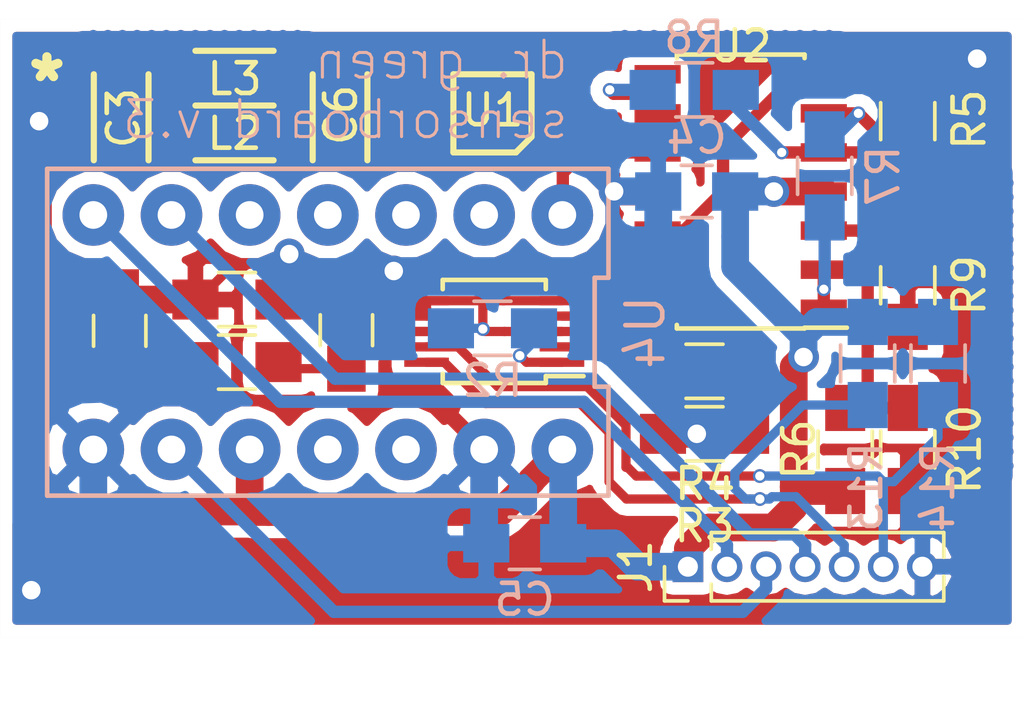
<source format=kicad_pcb>
(kicad_pcb (version 4) (host pcbnew 4.0.7-e2-6376~58~ubuntu16.04.1)

  (general
    (links 157)
    (no_connects 27)
    (area 89.546999 86.140179 185.410001 129.992299)
    (thickness 1.6)
    (drawings 24)
    (tracks 211)
    (zones 0)
    (modules 21)
    (nets 27)
  )

  (page A4)
  (layers
    (0 F.Cu signal)
    (31 B.Cu signal)
    (32 B.Adhes user)
    (33 F.Adhes user)
    (34 B.Paste user)
    (35 F.Paste user)
    (36 B.SilkS user)
    (37 F.SilkS user)
    (38 B.Mask user)
    (39 F.Mask user)
    (40 Dwgs.User user)
    (41 Cmts.User user)
    (42 Eco1.User user)
    (43 Eco2.User user)
    (44 Edge.Cuts user)
    (45 Margin user)
    (46 B.CrtYd user)
    (47 F.CrtYd user)
    (48 B.Fab user)
    (49 F.Fab user)
  )

  (setup
    (last_trace_width 0.4)
    (trace_clearance 0.25)
    (zone_clearance 0.4)
    (zone_45_only no)
    (trace_min 0.2)
    (segment_width 0.2)
    (edge_width 0.001)
    (via_size 0.45)
    (via_drill 0.3)
    (via_min_size 0.45)
    (via_min_drill 0.3)
    (uvia_size 0.45)
    (uvia_drill 0.3)
    (uvias_allowed no)
    (uvia_min_size 0.45)
    (uvia_min_drill 0.3)
    (pcb_text_width 0.3)
    (pcb_text_size 1.5 1.5)
    (mod_edge_width 0.15)
    (mod_text_size 1 1)
    (mod_text_width 0.15)
    (pad_size 3 3)
    (pad_drill 2.75)
    (pad_to_mask_clearance 0.2)
    (aux_axis_origin 80.391 137.922)
    (grid_origin 89.781 127.48068)
    (visible_elements FFFFFF7F)
    (pcbplotparams
      (layerselection 0x010fc_80000001)
      (usegerberextensions false)
      (excludeedgelayer true)
      (linewidth 0.100000)
      (plotframeref true)
      (viasonmask false)
      (mode 1)
      (useauxorigin false)
      (hpglpennumber 1)
      (hpglpenspeed 20)
      (hpglpendiameter 15)
      (hpglpenoverlay 2)
      (psnegative false)
      (psa4output false)
      (plotreference true)
      (plotvalue false)
      (plotinvisibletext false)
      (padsonsilk false)
      (subtractmaskfromsilk false)
      (outputformat 1)
      (mirror false)
      (drillshape 0)
      (scaleselection 1)
      (outputdirectory production))
  )

  (net 0 "")
  (net 1 GND)
  (net 2 +5V)
  (net 3 /SENSOR_START)
  (net 4 /SENSOR_CLK)
  (net 5 /SENSOR_TRIG)
  (net 6 /SENSOR_VIDEO)
  (net 7 "Net-(R2-Pad2)")
  (net 8 "Net-(R3-Pad2)")
  (net 9 /VIDEO_OUT)
  (net 10 "Net-(R5-Pad1)")
  (net 11 "Net-(R5-Pad2)")
  (net 12 "Net-(R10-Pad2)")
  (net 13 "Net-(R7-Pad2)")
  (net 14 "Net-(R8-Pad1)")
  (net 15 "Net-(R8-Pad2)")
  (net 16 /SCL)
  (net 17 /SDA)
  (net 18 "Net-(U4-Pad13)")
  (net 19 "Net-(U4-Pad12)")
  (net 20 "Net-(U4-Pad3)")
  (net 21 "Net-(U4-Pad11)")
  (net 22 "Net-(U4-Pad4)")
  (net 23 "Net-(U4-Pad10)")
  (net 24 "Net-(C6-Pad1)")
  (net 25 "Net-(C6-Pad2)")
  (net 26 "Net-(U1-Pad2)")

  (net_class Default "Dies ist die voreingestellte Netzklasse."
    (clearance 0.25)
    (trace_width 0.4)
    (via_dia 0.45)
    (via_drill 0.3)
    (uvia_dia 0.45)
    (uvia_drill 0.3)
    (add_net /LED1)
    (add_net /LED1_PWM)
    (add_net /LED2)
    (add_net /LED2_PWM)
    (add_net /LED3)
    (add_net /LED3_PWM)
    (add_net /SENSOR_CLK)
    (add_net /SENSOR_START)
    (add_net /SENSOR_TRIG)
    (add_net /SENSOR_VIDEO)
    (add_net /USB_DM)
    (add_net /USB_DP)
    (add_net "Net-(D1-Pad2)")
    (add_net "Net-(D2-Pad2)")
    (add_net "Net-(D3-Pad2)")
    (add_net "Net-(D4-Pad2)")
    (add_net "Net-(D5-Pad2)")
    (add_net "Net-(J3-Pad4)")
    (add_net "Net-(Q1-Pad2)")
    (add_net "Net-(Q1-Pad4)")
    (add_net "Net-(Q2-Pad2)")
    (add_net "Net-(Q2-Pad3)")
    (add_net "Net-(Q2-Pad4)")
    (add_net "Net-(Q2-Pad5)")
    (add_net "Net-(Q2-Pad6)")
    (add_net "Net-(R10-Pad2)")
    (add_net "Net-(R11-Pad2)")
    (add_net "Net-(R3-Pad2)")
    (add_net "Net-(R5-Pad1)")
    (add_net "Net-(R5-Pad2)")
    (add_net "Net-(R7-Pad2)")
    (add_net "Net-(R8-Pad1)")
    (add_net "Net-(R8-Pad2)")
    (add_net "Net-(U1-Pad2)")
    (add_net "Net-(U3-Pad1)")
    (add_net "Net-(U3-Pad10)")
    (add_net "Net-(U3-Pad11)")
    (add_net "Net-(U3-Pad12)")
    (add_net "Net-(U3-Pad14)")
    (add_net "Net-(U3-Pad15)")
    (add_net "Net-(U3-Pad16)")
    (add_net "Net-(U3-Pad17)")
    (add_net "Net-(U3-Pad18)")
    (add_net "Net-(U3-Pad19)")
    (add_net "Net-(U3-Pad2)")
    (add_net "Net-(U3-Pad22)")
    (add_net "Net-(U3-Pad28)")
    (add_net "Net-(U3-Pad30)")
    (add_net "Net-(U3-Pad4)")
    (add_net "Net-(U3-Pad6)")
    (add_net "Net-(U3-Pad9)")
    (add_net "Net-(U4-Pad10)")
    (add_net "Net-(U4-Pad11)")
    (add_net "Net-(U4-Pad12)")
    (add_net "Net-(U4-Pad13)")
    (add_net "Net-(U4-Pad3)")
    (add_net "Net-(U4-Pad4)")
  )

  (net_class PWR ""
    (clearance 0.25)
    (trace_width 0.9)
    (via_dia 1)
    (via_drill 0.6)
    (uvia_dia 0.45)
    (uvia_drill 0.3)
    (add_net +5V)
    (add_net GND)
    (add_net VDD)
  )

  (net_class Small ""
    (clearance 0.25)
    (trace_width 0.3)
    (via_dia 0.45)
    (via_drill 0.3)
    (uvia_dia 0.45)
    (uvia_drill 0.3)
    (add_net /SCL)
    (add_net /SDA)
    (add_net /VIDEO_OUT)
    (add_net "Net-(C6-Pad1)")
    (add_net "Net-(C6-Pad2)")
    (add_net "Net-(R2-Pad2)")
  )

  (module vssop-10:VSSOP-10_3x3mm_Pitch0.5mm (layer F.Cu) (tedit 5B17EE4A) (tstamp 5B17FC0F)
    (at 105.841 117.55068 180)
    (descr "10-Lead VSSOP")
    (tags "SSOP 0.5")
    (path /5B15A1A8)
    (clearance 0.1)
    (attr smd)
    (fp_text reference U1 (at 0.058 7.1896 180) (layer F.SilkS)
      (effects (font (size 1 1) (thickness 0.15)))
    )
    (fp_text value ADS1115 (at 0 2.6 180) (layer F.Fab)
      (effects (font (size 1 1) (thickness 0.15)))
    )
    (fp_line (start -0.5 -1.5) (end 1.5 -1.5) (layer F.Fab) (width 0.15))
    (fp_line (start 1.5 -1.5) (end 1.5 1.5) (layer F.Fab) (width 0.15))
    (fp_line (start 1.5 1.5) (end -1.5 1.5) (layer F.Fab) (width 0.15))
    (fp_line (start -1.5 1.5) (end -1.5 -0.5) (layer F.Fab) (width 0.15))
    (fp_line (start -1.5 -0.5) (end -0.5 -1.5) (layer F.Fab) (width 0.15))
    (fp_line (start -3.15 -1.85) (end -3.15 1.85) (layer F.CrtYd) (width 0.05))
    (fp_line (start 3.15 -1.85) (end 3.15 1.85) (layer F.CrtYd) (width 0.05))
    (fp_line (start -3.15 -1.85) (end 3.15 -1.85) (layer F.CrtYd) (width 0.05))
    (fp_line (start -3.15 1.85) (end 3.15 1.85) (layer F.CrtYd) (width 0.05))
    (fp_line (start -1.675 -1.675) (end -1.675 -1.45) (layer F.SilkS) (width 0.15))
    (fp_line (start 1.675 -1.675) (end 1.675 -1.375) (layer F.SilkS) (width 0.15))
    (fp_line (start 1.675 1.675) (end 1.675 1.375) (layer F.SilkS) (width 0.15))
    (fp_line (start -1.675 1.675) (end -1.675 1.375) (layer F.SilkS) (width 0.15))
    (fp_line (start -1.675 -1.675) (end 1.675 -1.675) (layer F.SilkS) (width 0.15))
    (fp_line (start -1.675 1.675) (end 1.675 1.675) (layer F.SilkS) (width 0.15))
    (fp_line (start -1.675 -1.45) (end -2.9 -1.45) (layer F.SilkS) (width 0.15))
    (fp_text user %R (at 0 0 180) (layer F.Fab)
      (effects (font (size 0.6 0.6) (thickness 0.15)))
    )
    (pad 1 smd rect (at -2.2 -1 180) (size 1.45 0.3) (layers F.Cu F.Paste F.Mask)
      (net 7 "Net-(R2-Pad2)") (clearance 0.01))
    (pad 2 smd rect (at -2.2 -0.5 180) (size 1.45 0.3) (layers F.Cu F.Paste F.Mask)
      (net 26 "Net-(U1-Pad2)") (clearance 0.01))
    (pad 3 smd rect (at -2.2 0 180) (size 1.45 0.3) (layers F.Cu F.Paste F.Mask)
      (net 24 "Net-(C6-Pad1)") (clearance 0.01))
    (pad 4 smd rect (at -2.2 0.5 180) (size 1.45 0.3) (layers F.Cu F.Paste F.Mask)
      (net 9 /VIDEO_OUT) (clearance 0.01))
    (pad 5 smd rect (at -2.2 1 180) (size 1.45 0.3) (layers F.Cu F.Paste F.Mask)
      (net 24 "Net-(C6-Pad1)") (clearance 0.01))
    (pad 6 smd rect (at 2.2 1 180) (size 1.45 0.3) (layers F.Cu F.Paste F.Mask)
      (net 24 "Net-(C6-Pad1)") (clearance 0.01))
    (pad 7 smd rect (at 2.2 0.5 180) (size 1.45 0.3) (layers F.Cu F.Paste F.Mask)
      (net 24 "Net-(C6-Pad1)") (clearance 0.01))
    (pad 8 smd rect (at 2.2 0 180) (size 1.45 0.3) (layers F.Cu F.Paste F.Mask)
      (net 25 "Net-(C6-Pad2)") (clearance 0.01))
    (pad 9 smd rect (at 2.2 -0.5 180) (size 1.45 0.3) (layers F.Cu F.Paste F.Mask)
      (net 17 /SDA) (clearance 0.01))
    (pad 10 smd rect (at 2.2 -1 180) (size 1.45 0.3) (layers F.Cu F.Paste F.Mask)
      (net 16 /SCL) (clearance 0.01))
    (model ${KISYS3DMOD}/Housings_SSOP.3dshapes/MSOP-10_3x3mm_Pitch0.5mm.wrl
      (at (xyz 0 0 0))
      (scale (xyz 1 1 1))
      (rotate (xyz 0 0 0))
    )
  )

  (module c12880ma_socket:DIP-14_0 (layer B.Cu) (tedit 5B16ED0D) (tstamp 5B16EF5A)
    (at 100.433 117.57468 180)
    (path /5AF9CD75)
    (fp_text reference U4 (at -10.32 0 450) (layer B.SilkS)
      (effects (font (size 1.2 1.2) (thickness 0.15)) (justify mirror))
    )
    (fp_text value C12880MA (at 0 7.62 180) (layer B.Fab)
      (effects (font (size 1.2 1.2) (thickness 0.15)) (justify mirror))
    )
    (fp_line (start -9.12 -5.309999) (end 9.12 -5.31) (layer B.SilkS) (width 0.15))
    (fp_line (start 9.12 -5.31) (end 9.12 5.309999) (layer B.SilkS) (width 0.15))
    (fp_line (start 9.12 5.309999) (end -9.12 5.31) (layer B.SilkS) (width 0.15))
    (fp_line (start -9.12 5.31) (end -9.12 1.77) (layer B.SilkS) (width 0.15))
    (fp_line (start -9.12 1.77) (end -8.67 1.77) (layer B.SilkS) (width 0.15))
    (fp_line (start -8.67 1.77) (end -8.67 -1.769999) (layer B.SilkS) (width 0.15))
    (fp_line (start -8.67 -1.769999) (end -9.12 -1.769999) (layer B.SilkS) (width 0.15))
    (fp_line (start -9.12 -1.769999) (end -9.12 -5.309999) (layer B.SilkS) (width 0.15))
    (pad 14 thru_hole circle (at -7.62 3.81 180) (size 2 2) (drill 0.9) (layers *.Cu *.Mask)
      (net 6 /SENSOR_VIDEO))
    (pad 1 thru_hole circle (at -7.62 -3.81 180) (size 2 2) (drill 0.9) (layers *.Cu *.Mask)
      (net 2 +5V))
    (pad 13 thru_hole circle (at -5.08 3.81 180) (size 2 2) (drill 0.9) (layers *.Cu *.Mask)
      (net 18 "Net-(U4-Pad13)"))
    (pad 2 thru_hole circle (at -5.08 -3.81 180) (size 2 2) (drill 0.9) (layers *.Cu *.Mask)
      (net 1 GND))
    (pad 12 thru_hole circle (at -2.54 3.81 180) (size 2 2) (drill 0.9) (layers *.Cu *.Mask)
      (net 19 "Net-(U4-Pad12)"))
    (pad 3 thru_hole circle (at -2.54 -3.81 180) (size 2 2) (drill 0.9) (layers *.Cu *.Mask)
      (net 20 "Net-(U4-Pad3)"))
    (pad 11 thru_hole circle (at 0 3.81 180) (size 2 2) (drill 0.9) (layers *.Cu *.Mask)
      (net 21 "Net-(U4-Pad11)"))
    (pad 4 thru_hole circle (at 0 -3.81 180) (size 2 2) (drill 0.9) (layers *.Cu *.Mask)
      (net 22 "Net-(U4-Pad4)"))
    (pad 10 thru_hole circle (at 2.54 3.81 180) (size 2 2) (drill 0.9) (layers *.Cu *.Mask)
      (net 23 "Net-(U4-Pad10)"))
    (pad 5 thru_hole circle (at 2.54 -3.81 180) (size 2 2) (drill 0.9) (layers *.Cu *.Mask)
      (net 2 +5V))
    (pad 9 thru_hole circle (at 5.08 3.81 180) (size 2 2) (drill 0.9) (layers *.Cu *.Mask)
      (net 5 /SENSOR_TRIG))
    (pad 6 thru_hole circle (at 5.08 -3.81 180) (size 2 2) (drill 0.9) (layers *.Cu *.Mask)
      (net 4 /SENSOR_CLK))
    (pad 8 thru_hole circle (at 7.62 3.81 180) (size 2 2) (drill 0.9) (layers *.Cu *.Mask)
      (net 3 /SENSOR_START))
    (pad 7 thru_hole circle (at 7.62 -3.81 180) (size 2 2) (drill 0.9) (layers *.Cu *.Mask)
      (net 1 GND))
    (model ../../../../../home/harry/Dokumente/Development/Private/migration/drgreen/drgreen-hardware/mech/models/c12880ma_sensor.wrl
      (at (xyz -0.395 -0.244 0.15))
      (scale (xyz 0.392 0.392 0.392))
      (rotate (xyz 0 0 0))
    )
  )

  (module Capacitors_SMD:C_0805_HandSoldering (layer F.Cu) (tedit 58AA84A8) (tstamp 5B16EE34)
    (at 93.671 117.52937 90)
    (descr "Capacitor SMD 0805, hand soldering")
    (tags "capacitor 0805")
    (path /5B15AFB4)
    (attr smd)
    (fp_text reference C3 (at 6.91429 0.1232 90) (layer F.SilkS)
      (effects (font (size 1 1) (thickness 0.15)))
    )
    (fp_text value 1u (at 0 1.75 90) (layer F.Fab)
      (effects (font (size 1 1) (thickness 0.15)))
    )
    (fp_text user %R (at 0 -1.75 90) (layer F.Fab)
      (effects (font (size 1 1) (thickness 0.15)))
    )
    (fp_line (start -1 0.62) (end -1 -0.62) (layer F.Fab) (width 0.1))
    (fp_line (start 1 0.62) (end -1 0.62) (layer F.Fab) (width 0.1))
    (fp_line (start 1 -0.62) (end 1 0.62) (layer F.Fab) (width 0.1))
    (fp_line (start -1 -0.62) (end 1 -0.62) (layer F.Fab) (width 0.1))
    (fp_line (start 0.5 -0.85) (end -0.5 -0.85) (layer F.SilkS) (width 0.12))
    (fp_line (start -0.5 0.85) (end 0.5 0.85) (layer F.SilkS) (width 0.12))
    (fp_line (start -2.25 -0.88) (end 2.25 -0.88) (layer F.CrtYd) (width 0.05))
    (fp_line (start -2.25 -0.88) (end -2.25 0.87) (layer F.CrtYd) (width 0.05))
    (fp_line (start 2.25 0.87) (end 2.25 -0.88) (layer F.CrtYd) (width 0.05))
    (fp_line (start 2.25 0.87) (end -2.25 0.87) (layer F.CrtYd) (width 0.05))
    (pad 1 smd rect (at -1.25 0 90) (size 1.5 1.25) (layers F.Cu F.Paste F.Mask)
      (net 2 +5V))
    (pad 2 smd rect (at 1.25 0 90) (size 1.5 1.25) (layers F.Cu F.Paste F.Mask)
      (net 1 GND))
    (model Capacitors_SMD.3dshapes/C_0805.wrl
      (at (xyz 0 0 0))
      (scale (xyz 1 1 1))
      (rotate (xyz 0 0 0))
    )
  )

  (module Capacitors_SMD:C_0805_HandSoldering (layer B.Cu) (tedit 58AA84A8) (tstamp 5B16EE3A)
    (at 112.419 113.00268 180)
    (descr "Capacitor SMD 0805, hand soldering")
    (tags "capacitor 0805")
    (path /5AFA1527)
    (attr smd)
    (fp_text reference C4 (at 0 1.75 180) (layer B.SilkS)
      (effects (font (size 1 1) (thickness 0.15)) (justify mirror))
    )
    (fp_text value 100n (at 0 -1.75 180) (layer B.Fab)
      (effects (font (size 1 1) (thickness 0.15)) (justify mirror))
    )
    (fp_text user %R (at 0 1.75 180) (layer B.Fab)
      (effects (font (size 1 1) (thickness 0.15)) (justify mirror))
    )
    (fp_line (start -1 -0.62) (end -1 0.62) (layer B.Fab) (width 0.1))
    (fp_line (start 1 -0.62) (end -1 -0.62) (layer B.Fab) (width 0.1))
    (fp_line (start 1 0.62) (end 1 -0.62) (layer B.Fab) (width 0.1))
    (fp_line (start -1 0.62) (end 1 0.62) (layer B.Fab) (width 0.1))
    (fp_line (start 0.5 0.85) (end -0.5 0.85) (layer B.SilkS) (width 0.12))
    (fp_line (start -0.5 -0.85) (end 0.5 -0.85) (layer B.SilkS) (width 0.12))
    (fp_line (start -2.25 0.88) (end 2.25 0.88) (layer B.CrtYd) (width 0.05))
    (fp_line (start -2.25 0.88) (end -2.25 -0.87) (layer B.CrtYd) (width 0.05))
    (fp_line (start 2.25 -0.87) (end 2.25 0.88) (layer B.CrtYd) (width 0.05))
    (fp_line (start 2.25 -0.87) (end -2.25 -0.87) (layer B.CrtYd) (width 0.05))
    (pad 1 smd rect (at -1.25 0 180) (size 1.5 1.25) (layers B.Cu B.Paste B.Mask)
      (net 2 +5V))
    (pad 2 smd rect (at 1.25 0 180) (size 1.5 1.25) (layers B.Cu B.Paste B.Mask)
      (net 1 GND))
    (model Capacitors_SMD.3dshapes/C_0805.wrl
      (at (xyz 0 0 0))
      (scale (xyz 1 1 1))
      (rotate (xyz 0 0 0))
    )
  )

  (module Capacitors_SMD:C_0805_HandSoldering (layer B.Cu) (tedit 58AA84A8) (tstamp 5B16EE40)
    (at 106.831 124.43268 180)
    (descr "Capacitor SMD 0805, hand soldering")
    (tags "capacitor 0805")
    (path /5AFA1686)
    (attr smd)
    (fp_text reference C5 (at 0 -1.8288 180) (layer B.SilkS)
      (effects (font (size 1 1) (thickness 0.15)) (justify mirror))
    )
    (fp_text value 100n (at 0 -1.75 180) (layer B.Fab)
      (effects (font (size 1 1) (thickness 0.15)) (justify mirror))
    )
    (fp_text user %R (at 0 1.75 180) (layer B.Fab)
      (effects (font (size 1 1) (thickness 0.15)) (justify mirror))
    )
    (fp_line (start -1 -0.62) (end -1 0.62) (layer B.Fab) (width 0.1))
    (fp_line (start 1 -0.62) (end -1 -0.62) (layer B.Fab) (width 0.1))
    (fp_line (start 1 0.62) (end 1 -0.62) (layer B.Fab) (width 0.1))
    (fp_line (start -1 0.62) (end 1 0.62) (layer B.Fab) (width 0.1))
    (fp_line (start 0.5 0.85) (end -0.5 0.85) (layer B.SilkS) (width 0.12))
    (fp_line (start -0.5 -0.85) (end 0.5 -0.85) (layer B.SilkS) (width 0.12))
    (fp_line (start -2.25 0.88) (end 2.25 0.88) (layer B.CrtYd) (width 0.05))
    (fp_line (start -2.25 0.88) (end -2.25 -0.87) (layer B.CrtYd) (width 0.05))
    (fp_line (start 2.25 -0.87) (end 2.25 0.88) (layer B.CrtYd) (width 0.05))
    (fp_line (start 2.25 -0.87) (end -2.25 -0.87) (layer B.CrtYd) (width 0.05))
    (pad 1 smd rect (at -1.25 0 180) (size 1.5 1.25) (layers B.Cu B.Paste B.Mask)
      (net 2 +5V))
    (pad 2 smd rect (at 1.25 0 180) (size 1.5 1.25) (layers B.Cu B.Paste B.Mask)
      (net 1 GND))
    (model Capacitors_SMD.3dshapes/C_0805.wrl
      (at (xyz 0 0 0))
      (scale (xyz 1 1 1))
      (rotate (xyz 0 0 0))
    )
  )

  (module Inductors_SMD:L_0805_HandSoldering (layer F.Cu) (tedit 58307B90) (tstamp 5B16EEA4)
    (at 97.481 118.54537)
    (descr "Resistor SMD 0805, hand soldering")
    (tags "resistor 0805")
    (path /5B16F4EE)
    (attr smd)
    (fp_text reference L2 (at -0.08 -7.42229) (layer F.SilkS)
      (effects (font (size 1 1) (thickness 0.15)))
    )
    (fp_text value Ferrite_Bead (at 0 2.1) (layer F.Fab)
      (effects (font (size 1 1) (thickness 0.15)))
    )
    (fp_text user %R (at 0 0) (layer F.Fab)
      (effects (font (size 0.5 0.5) (thickness 0.075)))
    )
    (fp_line (start -1 0.62) (end -1 -0.62) (layer F.Fab) (width 0.1))
    (fp_line (start 1 0.62) (end -1 0.62) (layer F.Fab) (width 0.1))
    (fp_line (start 1 -0.62) (end 1 0.62) (layer F.Fab) (width 0.1))
    (fp_line (start -1 -0.62) (end 1 -0.62) (layer F.Fab) (width 0.1))
    (fp_line (start -2.4 -1) (end 2.4 -1) (layer F.CrtYd) (width 0.05))
    (fp_line (start -2.4 1) (end 2.4 1) (layer F.CrtYd) (width 0.05))
    (fp_line (start -2.4 -1) (end -2.4 1) (layer F.CrtYd) (width 0.05))
    (fp_line (start 2.4 -1) (end 2.4 1) (layer F.CrtYd) (width 0.05))
    (fp_line (start 0.6 0.88) (end -0.6 0.88) (layer F.SilkS) (width 0.12))
    (fp_line (start -0.6 -0.88) (end 0.6 -0.88) (layer F.SilkS) (width 0.12))
    (pad 1 smd rect (at -1.35 0) (size 1.5 1.3) (layers F.Cu F.Paste F.Mask)
      (net 2 +5V))
    (pad 2 smd rect (at 1.35 0) (size 1.5 1.3) (layers F.Cu F.Paste F.Mask)
      (net 25 "Net-(C6-Pad2)"))
    (model ${KISYS3DMOD}/Inductors_SMD.3dshapes/L_0805.wrl
      (at (xyz 0 0 0))
      (scale (xyz 1 1 1))
      (rotate (xyz 0 0 0))
    )
  )

  (module Inductors_SMD:L_0805_HandSoldering (layer F.Cu) (tedit 58307B90) (tstamp 5B16EEAA)
    (at 97.481 116.51337 180)
    (descr "Resistor SMD 0805, hand soldering")
    (tags "resistor 0805")
    (path /5B16F5A0)
    (attr smd)
    (fp_text reference L3 (at 0.08 7.16829 180) (layer F.SilkS)
      (effects (font (size 1 1) (thickness 0.15)))
    )
    (fp_text value Ferrite_Bead (at 0 2.1 180) (layer F.Fab)
      (effects (font (size 1 1) (thickness 0.15)))
    )
    (fp_text user %R (at 0 0 180) (layer F.Fab)
      (effects (font (size 0.5 0.5) (thickness 0.075)))
    )
    (fp_line (start -1 0.62) (end -1 -0.62) (layer F.Fab) (width 0.1))
    (fp_line (start 1 0.62) (end -1 0.62) (layer F.Fab) (width 0.1))
    (fp_line (start 1 -0.62) (end 1 0.62) (layer F.Fab) (width 0.1))
    (fp_line (start -1 -0.62) (end 1 -0.62) (layer F.Fab) (width 0.1))
    (fp_line (start -2.4 -1) (end 2.4 -1) (layer F.CrtYd) (width 0.05))
    (fp_line (start -2.4 1) (end 2.4 1) (layer F.CrtYd) (width 0.05))
    (fp_line (start -2.4 -1) (end -2.4 1) (layer F.CrtYd) (width 0.05))
    (fp_line (start 2.4 -1) (end 2.4 1) (layer F.CrtYd) (width 0.05))
    (fp_line (start 0.6 0.88) (end -0.6 0.88) (layer F.SilkS) (width 0.12))
    (fp_line (start -0.6 -0.88) (end 0.6 -0.88) (layer F.SilkS) (width 0.12))
    (pad 1 smd rect (at -1.35 0 180) (size 1.5 1.3) (layers F.Cu F.Paste F.Mask)
      (net 24 "Net-(C6-Pad1)"))
    (pad 2 smd rect (at 1.35 0 180) (size 1.5 1.3) (layers F.Cu F.Paste F.Mask)
      (net 1 GND))
    (model ${KISYS3DMOD}/Inductors_SMD.3dshapes/L_0805.wrl
      (at (xyz 0 0 0))
      (scale (xyz 1 1 1))
      (rotate (xyz 0 0 0))
    )
  )

  (module Resistors_SMD:R_0805_HandSoldering (layer B.Cu) (tedit 58E0A804) (tstamp 5B16EEB6)
    (at 105.783 117.44768)
    (descr "Resistor SMD 0805, hand soldering")
    (tags "resistor 0805")
    (path /5B15A273)
    (attr smd)
    (fp_text reference R2 (at 0 1.7) (layer B.SilkS)
      (effects (font (size 1 1) (thickness 0.15)) (justify mirror))
    )
    (fp_text value 10k (at 0 -1.75) (layer B.Fab)
      (effects (font (size 1 1) (thickness 0.15)) (justify mirror))
    )
    (fp_text user %R (at 0 0) (layer B.Fab)
      (effects (font (size 0.5 0.5) (thickness 0.075)) (justify mirror))
    )
    (fp_line (start -1 -0.62) (end -1 0.62) (layer B.Fab) (width 0.1))
    (fp_line (start 1 -0.62) (end -1 -0.62) (layer B.Fab) (width 0.1))
    (fp_line (start 1 0.62) (end 1 -0.62) (layer B.Fab) (width 0.1))
    (fp_line (start -1 0.62) (end 1 0.62) (layer B.Fab) (width 0.1))
    (fp_line (start 0.6 -0.88) (end -0.6 -0.88) (layer B.SilkS) (width 0.12))
    (fp_line (start -0.6 0.88) (end 0.6 0.88) (layer B.SilkS) (width 0.12))
    (fp_line (start -2.35 0.9) (end 2.35 0.9) (layer B.CrtYd) (width 0.05))
    (fp_line (start -2.35 0.9) (end -2.35 -0.9) (layer B.CrtYd) (width 0.05))
    (fp_line (start 2.35 -0.9) (end 2.35 0.9) (layer B.CrtYd) (width 0.05))
    (fp_line (start 2.35 -0.9) (end -2.35 -0.9) (layer B.CrtYd) (width 0.05))
    (pad 1 smd rect (at -1.35 0) (size 1.5 1.3) (layers B.Cu B.Paste B.Mask)
      (net 24 "Net-(C6-Pad1)"))
    (pad 2 smd rect (at 1.35 0) (size 1.5 1.3) (layers B.Cu B.Paste B.Mask)
      (net 7 "Net-(R2-Pad2)"))
    (model ${KISYS3DMOD}/Resistors_SMD.3dshapes/R_0805.wrl
      (at (xyz 0 0 0))
      (scale (xyz 1 1 1))
      (rotate (xyz 0 0 0))
    )
  )

  (module Resistors_SMD:R_0805_HandSoldering (layer F.Cu) (tedit 58E0A804) (tstamp 5B16EEBC)
    (at 112.673 120.87668)
    (descr "Resistor SMD 0805, hand soldering")
    (tags "resistor 0805")
    (path /5B15B430)
    (attr smd)
    (fp_text reference R3 (at 0 2.9972) (layer F.SilkS)
      (effects (font (size 1 1) (thickness 0.15)))
    )
    (fp_text value 100k (at 0 1.75) (layer F.Fab)
      (effects (font (size 1 1) (thickness 0.15)))
    )
    (fp_text user %R (at 0 0) (layer F.Fab)
      (effects (font (size 0.5 0.5) (thickness 0.075)))
    )
    (fp_line (start -1 0.62) (end -1 -0.62) (layer F.Fab) (width 0.1))
    (fp_line (start 1 0.62) (end -1 0.62) (layer F.Fab) (width 0.1))
    (fp_line (start 1 -0.62) (end 1 0.62) (layer F.Fab) (width 0.1))
    (fp_line (start -1 -0.62) (end 1 -0.62) (layer F.Fab) (width 0.1))
    (fp_line (start 0.6 0.88) (end -0.6 0.88) (layer F.SilkS) (width 0.12))
    (fp_line (start -0.6 -0.88) (end 0.6 -0.88) (layer F.SilkS) (width 0.12))
    (fp_line (start -2.35 -0.9) (end 2.35 -0.9) (layer F.CrtYd) (width 0.05))
    (fp_line (start -2.35 -0.9) (end -2.35 0.9) (layer F.CrtYd) (width 0.05))
    (fp_line (start 2.35 0.9) (end 2.35 -0.9) (layer F.CrtYd) (width 0.05))
    (fp_line (start 2.35 0.9) (end -2.35 0.9) (layer F.CrtYd) (width 0.05))
    (pad 1 smd rect (at -1.35 0) (size 1.5 1.3) (layers F.Cu F.Paste F.Mask)
      (net 1 GND))
    (pad 2 smd rect (at 1.35 0) (size 1.5 1.3) (layers F.Cu F.Paste F.Mask)
      (net 8 "Net-(R3-Pad2)"))
    (model ${KISYS3DMOD}/Resistors_SMD.3dshapes/R_0805.wrl
      (at (xyz 0 0 0))
      (scale (xyz 1 1 1))
      (rotate (xyz 0 0 0))
    )
  )

  (module Resistors_SMD:R_0805_HandSoldering (layer F.Cu) (tedit 58E0A804) (tstamp 5B16EEC2)
    (at 112.673 118.84468 180)
    (descr "Resistor SMD 0805, hand soldering")
    (tags "resistor 0805")
    (path /5B15B4AB)
    (attr smd)
    (fp_text reference R4 (at -0.0188 -3.6576 180) (layer F.SilkS)
      (effects (font (size 1 1) (thickness 0.15)))
    )
    (fp_text value 18k (at 0 1.75 180) (layer F.Fab)
      (effects (font (size 1 1) (thickness 0.15)))
    )
    (fp_text user %R (at 0 0 180) (layer F.Fab)
      (effects (font (size 0.5 0.5) (thickness 0.075)))
    )
    (fp_line (start -1 0.62) (end -1 -0.62) (layer F.Fab) (width 0.1))
    (fp_line (start 1 0.62) (end -1 0.62) (layer F.Fab) (width 0.1))
    (fp_line (start 1 -0.62) (end 1 0.62) (layer F.Fab) (width 0.1))
    (fp_line (start -1 -0.62) (end 1 -0.62) (layer F.Fab) (width 0.1))
    (fp_line (start 0.6 0.88) (end -0.6 0.88) (layer F.SilkS) (width 0.12))
    (fp_line (start -0.6 -0.88) (end 0.6 -0.88) (layer F.SilkS) (width 0.12))
    (fp_line (start -2.35 -0.9) (end 2.35 -0.9) (layer F.CrtYd) (width 0.05))
    (fp_line (start -2.35 -0.9) (end -2.35 0.9) (layer F.CrtYd) (width 0.05))
    (fp_line (start 2.35 0.9) (end 2.35 -0.9) (layer F.CrtYd) (width 0.05))
    (fp_line (start 2.35 0.9) (end -2.35 0.9) (layer F.CrtYd) (width 0.05))
    (pad 1 smd rect (at -1.35 0 180) (size 1.5 1.3) (layers F.Cu F.Paste F.Mask)
      (net 8 "Net-(R3-Pad2)"))
    (pad 2 smd rect (at 1.35 0 180) (size 1.5 1.3) (layers F.Cu F.Paste F.Mask)
      (net 9 /VIDEO_OUT))
    (model ${KISYS3DMOD}/Resistors_SMD.3dshapes/R_0805.wrl
      (at (xyz 0 0 0))
      (scale (xyz 1 1 1))
      (rotate (xyz 0 0 0))
    )
  )

  (module Resistors_SMD:R_0805_HandSoldering (layer F.Cu) (tedit 58E0A804) (tstamp 5B16EEC8)
    (at 119.277 110.71668 90)
    (descr "Resistor SMD 0805, hand soldering")
    (tags "resistor 0805")
    (path /5AF9CB97)
    (attr smd)
    (fp_text reference R5 (at 0.0508 2 90) (layer F.SilkS)
      (effects (font (size 1 1) (thickness 0.15)))
    )
    (fp_text value 1k (at 0 1.75 90) (layer F.Fab)
      (effects (font (size 1 1) (thickness 0.15)))
    )
    (fp_text user %R (at 0 0 90) (layer F.Fab)
      (effects (font (size 0.5 0.5) (thickness 0.075)))
    )
    (fp_line (start -1 0.62) (end -1 -0.62) (layer F.Fab) (width 0.1))
    (fp_line (start 1 0.62) (end -1 0.62) (layer F.Fab) (width 0.1))
    (fp_line (start 1 -0.62) (end 1 0.62) (layer F.Fab) (width 0.1))
    (fp_line (start -1 -0.62) (end 1 -0.62) (layer F.Fab) (width 0.1))
    (fp_line (start 0.6 0.88) (end -0.6 0.88) (layer F.SilkS) (width 0.12))
    (fp_line (start -0.6 -0.88) (end 0.6 -0.88) (layer F.SilkS) (width 0.12))
    (fp_line (start -2.35 -0.9) (end 2.35 -0.9) (layer F.CrtYd) (width 0.05))
    (fp_line (start -2.35 -0.9) (end -2.35 0.9) (layer F.CrtYd) (width 0.05))
    (fp_line (start 2.35 0.9) (end 2.35 -0.9) (layer F.CrtYd) (width 0.05))
    (fp_line (start 2.35 0.9) (end -2.35 0.9) (layer F.CrtYd) (width 0.05))
    (pad 1 smd rect (at -1.35 0 90) (size 1.5 1.3) (layers F.Cu F.Paste F.Mask)
      (net 10 "Net-(R5-Pad1)"))
    (pad 2 smd rect (at 1.35 0 90) (size 1.5 1.3) (layers F.Cu F.Paste F.Mask)
      (net 11 "Net-(R5-Pad2)"))
    (model ${KISYS3DMOD}/Resistors_SMD.3dshapes/R_0805.wrl
      (at (xyz 0 0 0))
      (scale (xyz 1 1 1))
      (rotate (xyz 0 0 0))
    )
  )

  (module Resistors_SMD:R_0805_HandSoldering (layer F.Cu) (tedit 58E0A804) (tstamp 5B16EECE)
    (at 117.245 121.38468 270)
    (descr "Resistor SMD 0805, hand soldering")
    (tags "resistor 0805")
    (path /5AFA1A21)
    (attr smd)
    (fp_text reference R6 (at 0 1.5052 270) (layer F.SilkS)
      (effects (font (size 1 1) (thickness 0.15)))
    )
    (fp_text value 100k (at 0 1.75 270) (layer F.Fab)
      (effects (font (size 1 1) (thickness 0.15)))
    )
    (fp_text user %R (at 0 0 270) (layer F.Fab)
      (effects (font (size 0.5 0.5) (thickness 0.075)))
    )
    (fp_line (start -1 0.62) (end -1 -0.62) (layer F.Fab) (width 0.1))
    (fp_line (start 1 0.62) (end -1 0.62) (layer F.Fab) (width 0.1))
    (fp_line (start 1 -0.62) (end 1 0.62) (layer F.Fab) (width 0.1))
    (fp_line (start -1 -0.62) (end 1 -0.62) (layer F.Fab) (width 0.1))
    (fp_line (start 0.6 0.88) (end -0.6 0.88) (layer F.SilkS) (width 0.12))
    (fp_line (start -0.6 -0.88) (end 0.6 -0.88) (layer F.SilkS) (width 0.12))
    (fp_line (start -2.35 -0.9) (end 2.35 -0.9) (layer F.CrtYd) (width 0.05))
    (fp_line (start -2.35 -0.9) (end -2.35 0.9) (layer F.CrtYd) (width 0.05))
    (fp_line (start 2.35 0.9) (end 2.35 -0.9) (layer F.CrtYd) (width 0.05))
    (fp_line (start 2.35 0.9) (end -2.35 0.9) (layer F.CrtYd) (width 0.05))
    (pad 1 smd rect (at -1.35 0 270) (size 1.5 1.3) (layers F.Cu F.Paste F.Mask)
      (net 12 "Net-(R10-Pad2)"))
    (pad 2 smd rect (at 1.35 0 270) (size 1.5 1.3) (layers F.Cu F.Paste F.Mask)
      (net 2 +5V))
    (model ${KISYS3DMOD}/Resistors_SMD.3dshapes/R_0805.wrl
      (at (xyz 0 0 0))
      (scale (xyz 1 1 1))
      (rotate (xyz 0 0 0))
    )
  )

  (module Resistors_SMD:R_0805_HandSoldering (layer B.Cu) (tedit 58E0A804) (tstamp 5B16EED4)
    (at 116.578 112.49468 270)
    (descr "Resistor SMD 0805, hand soldering")
    (tags "resistor 0805")
    (path /5AF9CC3C)
    (attr smd)
    (fp_text reference R7 (at 0 -1.905 270) (layer B.SilkS)
      (effects (font (size 1 1) (thickness 0.15)) (justify mirror))
    )
    (fp_text value 1k (at 0 -1.75 270) (layer B.Fab)
      (effects (font (size 1 1) (thickness 0.15)) (justify mirror))
    )
    (fp_text user %R (at 0 0 270) (layer B.Fab)
      (effects (font (size 0.5 0.5) (thickness 0.075)) (justify mirror))
    )
    (fp_line (start -1 -0.62) (end -1 0.62) (layer B.Fab) (width 0.1))
    (fp_line (start 1 -0.62) (end -1 -0.62) (layer B.Fab) (width 0.1))
    (fp_line (start 1 0.62) (end 1 -0.62) (layer B.Fab) (width 0.1))
    (fp_line (start -1 0.62) (end 1 0.62) (layer B.Fab) (width 0.1))
    (fp_line (start 0.6 -0.88) (end -0.6 -0.88) (layer B.SilkS) (width 0.12))
    (fp_line (start -0.6 0.88) (end 0.6 0.88) (layer B.SilkS) (width 0.12))
    (fp_line (start -2.35 0.9) (end 2.35 0.9) (layer B.CrtYd) (width 0.05))
    (fp_line (start -2.35 0.9) (end -2.35 -0.9) (layer B.CrtYd) (width 0.05))
    (fp_line (start 2.35 -0.9) (end 2.35 0.9) (layer B.CrtYd) (width 0.05))
    (fp_line (start 2.35 -0.9) (end -2.35 -0.9) (layer B.CrtYd) (width 0.05))
    (pad 1 smd rect (at -1.35 0 270) (size 1.5 1.3) (layers B.Cu B.Paste B.Mask)
      (net 10 "Net-(R5-Pad1)"))
    (pad 2 smd rect (at 1.35 0 270) (size 1.5 1.3) (layers B.Cu B.Paste B.Mask)
      (net 13 "Net-(R7-Pad2)"))
    (model ${KISYS3DMOD}/Resistors_SMD.3dshapes/R_0805.wrl
      (at (xyz 0 0 0))
      (scale (xyz 1 1 1))
      (rotate (xyz 0 0 0))
    )
  )

  (module Resistors_SMD:R_0805_HandSoldering (layer B.Cu) (tedit 58E0A804) (tstamp 5B16EEDA)
    (at 112.339 109.70068 180)
    (descr "Resistor SMD 0805, hand soldering")
    (tags "resistor 0805")
    (path /5AF9CC5F)
    (attr smd)
    (fp_text reference R8 (at 0 1.7 180) (layer B.SilkS)
      (effects (font (size 1 1) (thickness 0.15)) (justify mirror))
    )
    (fp_text value 1k (at 0 -1.75 180) (layer B.Fab)
      (effects (font (size 1 1) (thickness 0.15)) (justify mirror))
    )
    (fp_text user %R (at 0 0 180) (layer B.Fab)
      (effects (font (size 0.5 0.5) (thickness 0.075)) (justify mirror))
    )
    (fp_line (start -1 -0.62) (end -1 0.62) (layer B.Fab) (width 0.1))
    (fp_line (start 1 -0.62) (end -1 -0.62) (layer B.Fab) (width 0.1))
    (fp_line (start 1 0.62) (end 1 -0.62) (layer B.Fab) (width 0.1))
    (fp_line (start -1 0.62) (end 1 0.62) (layer B.Fab) (width 0.1))
    (fp_line (start 0.6 -0.88) (end -0.6 -0.88) (layer B.SilkS) (width 0.12))
    (fp_line (start -0.6 0.88) (end 0.6 0.88) (layer B.SilkS) (width 0.12))
    (fp_line (start -2.35 0.9) (end 2.35 0.9) (layer B.CrtYd) (width 0.05))
    (fp_line (start -2.35 0.9) (end -2.35 -0.9) (layer B.CrtYd) (width 0.05))
    (fp_line (start 2.35 -0.9) (end 2.35 0.9) (layer B.CrtYd) (width 0.05))
    (fp_line (start 2.35 -0.9) (end -2.35 -0.9) (layer B.CrtYd) (width 0.05))
    (pad 1 smd rect (at -1.35 0 180) (size 1.5 1.3) (layers B.Cu B.Paste B.Mask)
      (net 14 "Net-(R8-Pad1)"))
    (pad 2 smd rect (at 1.35 0 180) (size 1.5 1.3) (layers B.Cu B.Paste B.Mask)
      (net 15 "Net-(R8-Pad2)"))
    (model ${KISYS3DMOD}/Resistors_SMD.3dshapes/R_0805.wrl
      (at (xyz 0 0 0))
      (scale (xyz 1 1 1))
      (rotate (xyz 0 0 0))
    )
  )

  (module Resistors_SMD:R_0805_HandSoldering (layer F.Cu) (tedit 58E0A804) (tstamp 5B16EEE0)
    (at 119.277 116.05068 90)
    (descr "Resistor SMD 0805, hand soldering")
    (tags "resistor 0805")
    (path /5AF9CC84)
    (attr smd)
    (fp_text reference R9 (at 0 2 90) (layer F.SilkS)
      (effects (font (size 1 1) (thickness 0.15)))
    )
    (fp_text value 1k (at 0 1.75 90) (layer F.Fab)
      (effects (font (size 1 1) (thickness 0.15)))
    )
    (fp_text user %R (at 0 0 90) (layer F.Fab)
      (effects (font (size 0.5 0.5) (thickness 0.075)))
    )
    (fp_line (start -1 0.62) (end -1 -0.62) (layer F.Fab) (width 0.1))
    (fp_line (start 1 0.62) (end -1 0.62) (layer F.Fab) (width 0.1))
    (fp_line (start 1 -0.62) (end 1 0.62) (layer F.Fab) (width 0.1))
    (fp_line (start -1 -0.62) (end 1 -0.62) (layer F.Fab) (width 0.1))
    (fp_line (start 0.6 0.88) (end -0.6 0.88) (layer F.SilkS) (width 0.12))
    (fp_line (start -0.6 -0.88) (end 0.6 -0.88) (layer F.SilkS) (width 0.12))
    (fp_line (start -2.35 -0.9) (end 2.35 -0.9) (layer F.CrtYd) (width 0.05))
    (fp_line (start -2.35 -0.9) (end -2.35 0.9) (layer F.CrtYd) (width 0.05))
    (fp_line (start 2.35 0.9) (end 2.35 -0.9) (layer F.CrtYd) (width 0.05))
    (fp_line (start 2.35 0.9) (end -2.35 0.9) (layer F.CrtYd) (width 0.05))
    (pad 1 smd rect (at -1.35 0 90) (size 1.5 1.3) (layers F.Cu F.Paste F.Mask)
      (net 1 GND))
    (pad 2 smd rect (at 1.35 0 90) (size 1.5 1.3) (layers F.Cu F.Paste F.Mask)
      (net 14 "Net-(R8-Pad1)"))
    (model ${KISYS3DMOD}/Resistors_SMD.3dshapes/R_0805.wrl
      (at (xyz 0 0 0))
      (scale (xyz 1 1 1))
      (rotate (xyz 0 0 0))
    )
  )

  (module Resistors_SMD:R_0805_HandSoldering (layer F.Cu) (tedit 58E0A804) (tstamp 5B16EEE6)
    (at 119.277 121.38468 90)
    (descr "Resistor SMD 0805, hand soldering")
    (tags "resistor 0805")
    (path /5B15ABFD)
    (attr smd)
    (fp_text reference R10 (at 0 1.8476 90) (layer F.SilkS)
      (effects (font (size 1 1) (thickness 0.15)))
    )
    (fp_text value 18k (at 0 1.75 90) (layer F.Fab)
      (effects (font (size 1 1) (thickness 0.15)))
    )
    (fp_text user %R (at 0 0 90) (layer F.Fab)
      (effects (font (size 0.5 0.5) (thickness 0.075)))
    )
    (fp_line (start -1 0.62) (end -1 -0.62) (layer F.Fab) (width 0.1))
    (fp_line (start 1 0.62) (end -1 0.62) (layer F.Fab) (width 0.1))
    (fp_line (start 1 -0.62) (end 1 0.62) (layer F.Fab) (width 0.1))
    (fp_line (start -1 -0.62) (end 1 -0.62) (layer F.Fab) (width 0.1))
    (fp_line (start 0.6 0.88) (end -0.6 0.88) (layer F.SilkS) (width 0.12))
    (fp_line (start -0.6 -0.88) (end 0.6 -0.88) (layer F.SilkS) (width 0.12))
    (fp_line (start -2.35 -0.9) (end 2.35 -0.9) (layer F.CrtYd) (width 0.05))
    (fp_line (start -2.35 -0.9) (end -2.35 0.9) (layer F.CrtYd) (width 0.05))
    (fp_line (start 2.35 0.9) (end 2.35 -0.9) (layer F.CrtYd) (width 0.05))
    (fp_line (start 2.35 0.9) (end -2.35 0.9) (layer F.CrtYd) (width 0.05))
    (pad 1 smd rect (at -1.35 0 90) (size 1.5 1.3) (layers F.Cu F.Paste F.Mask)
      (net 1 GND))
    (pad 2 smd rect (at 1.35 0 90) (size 1.5 1.3) (layers F.Cu F.Paste F.Mask)
      (net 12 "Net-(R10-Pad2)"))
    (model ${KISYS3DMOD}/Resistors_SMD.3dshapes/R_0805.wrl
      (at (xyz 0 0 0))
      (scale (xyz 1 1 1))
      (rotate (xyz 0 0 0))
    )
  )

  (module Resistors_SMD:R_0805_HandSoldering (layer B.Cu) (tedit 58E0A804) (tstamp 5B16EEF8)
    (at 117.975 118.59068 90)
    (descr "Resistor SMD 0805, hand soldering")
    (tags "resistor 0805")
    (path /5B16E644)
    (attr smd)
    (fp_text reference R13 (at -4.0132 -0.0508 90) (layer B.SilkS)
      (effects (font (size 1 1) (thickness 0.15)) (justify mirror))
    )
    (fp_text value 10k (at 0 -1.75 90) (layer B.Fab)
      (effects (font (size 1 1) (thickness 0.15)) (justify mirror))
    )
    (fp_text user %R (at 0 0 90) (layer B.Fab)
      (effects (font (size 0.5 0.5) (thickness 0.075)) (justify mirror))
    )
    (fp_line (start -1 -0.62) (end -1 0.62) (layer B.Fab) (width 0.1))
    (fp_line (start 1 -0.62) (end -1 -0.62) (layer B.Fab) (width 0.1))
    (fp_line (start 1 0.62) (end 1 -0.62) (layer B.Fab) (width 0.1))
    (fp_line (start -1 0.62) (end 1 0.62) (layer B.Fab) (width 0.1))
    (fp_line (start 0.6 -0.88) (end -0.6 -0.88) (layer B.SilkS) (width 0.12))
    (fp_line (start -0.6 0.88) (end 0.6 0.88) (layer B.SilkS) (width 0.12))
    (fp_line (start -2.35 0.9) (end 2.35 0.9) (layer B.CrtYd) (width 0.05))
    (fp_line (start -2.35 0.9) (end -2.35 -0.9) (layer B.CrtYd) (width 0.05))
    (fp_line (start 2.35 -0.9) (end 2.35 0.9) (layer B.CrtYd) (width 0.05))
    (fp_line (start 2.35 -0.9) (end -2.35 -0.9) (layer B.CrtYd) (width 0.05))
    (pad 1 smd rect (at -1.35 0 90) (size 1.5 1.3) (layers B.Cu B.Paste B.Mask)
      (net 16 /SCL))
    (pad 2 smd rect (at 1.35 0 90) (size 1.5 1.3) (layers B.Cu B.Paste B.Mask)
      (net 2 +5V))
    (model ${KISYS3DMOD}/Resistors_SMD.3dshapes/R_0805.wrl
      (at (xyz 0 0 0))
      (scale (xyz 1 1 1))
      (rotate (xyz 0 0 0))
    )
  )

  (module Resistors_SMD:R_0805_HandSoldering (layer B.Cu) (tedit 58E0A804) (tstamp 5B16EEFE)
    (at 120.261 118.59068 90)
    (descr "Resistor SMD 0805, hand soldering")
    (tags "resistor 0805")
    (path /5B16E6F9)
    (attr smd)
    (fp_text reference R14 (at -4.0132 0 90) (layer B.SilkS)
      (effects (font (size 1 1) (thickness 0.15)) (justify mirror))
    )
    (fp_text value 10k (at 0 -1.75 90) (layer B.Fab)
      (effects (font (size 1 1) (thickness 0.15)) (justify mirror))
    )
    (fp_text user %R (at 0 0 90) (layer B.Fab)
      (effects (font (size 0.5 0.5) (thickness 0.075)) (justify mirror))
    )
    (fp_line (start -1 -0.62) (end -1 0.62) (layer B.Fab) (width 0.1))
    (fp_line (start 1 -0.62) (end -1 -0.62) (layer B.Fab) (width 0.1))
    (fp_line (start 1 0.62) (end 1 -0.62) (layer B.Fab) (width 0.1))
    (fp_line (start -1 0.62) (end 1 0.62) (layer B.Fab) (width 0.1))
    (fp_line (start 0.6 -0.88) (end -0.6 -0.88) (layer B.SilkS) (width 0.12))
    (fp_line (start -0.6 0.88) (end 0.6 0.88) (layer B.SilkS) (width 0.12))
    (fp_line (start -2.35 0.9) (end 2.35 0.9) (layer B.CrtYd) (width 0.05))
    (fp_line (start -2.35 0.9) (end -2.35 -0.9) (layer B.CrtYd) (width 0.05))
    (fp_line (start 2.35 -0.9) (end 2.35 0.9) (layer B.CrtYd) (width 0.05))
    (fp_line (start 2.35 -0.9) (end -2.35 -0.9) (layer B.CrtYd) (width 0.05))
    (pad 1 smd rect (at -1.35 0 90) (size 1.5 1.3) (layers B.Cu B.Paste B.Mask)
      (net 17 /SDA))
    (pad 2 smd rect (at 1.35 0 90) (size 1.5 1.3) (layers B.Cu B.Paste B.Mask)
      (net 2 +5V))
    (model ${KISYS3DMOD}/Resistors_SMD.3dshapes/R_0805.wrl
      (at (xyz 0 0 0))
      (scale (xyz 1 1 1))
      (rotate (xyz 0 0 0))
    )
  )

  (module Housings_SOIC:SOIC-14_3.9x8.7mm_Pitch1.27mm (layer F.Cu) (tedit 58CC8F64) (tstamp 5B16EF1E)
    (at 113.849 113.00268 180)
    (descr "14-Lead Plastic Small Outline (SL) - Narrow, 3.90 mm Body [SOIC] (see Microchip Packaging Specification 00000049BS.pdf)")
    (tags "SOIC 1.27")
    (path /5AFC9B5E)
    (attr smd)
    (fp_text reference U2 (at 0 4.7244 180) (layer F.SilkS)
      (effects (font (size 1 1) (thickness 0.15)))
    )
    (fp_text value MCP6004 (at 0 5.375 180) (layer F.Fab)
      (effects (font (size 1 1) (thickness 0.15)))
    )
    (fp_text user %R (at 0 0 180) (layer F.Fab)
      (effects (font (size 0.9 0.9) (thickness 0.135)))
    )
    (fp_line (start -0.95 -4.35) (end 1.95 -4.35) (layer F.Fab) (width 0.15))
    (fp_line (start 1.95 -4.35) (end 1.95 4.35) (layer F.Fab) (width 0.15))
    (fp_line (start 1.95 4.35) (end -1.95 4.35) (layer F.Fab) (width 0.15))
    (fp_line (start -1.95 4.35) (end -1.95 -3.35) (layer F.Fab) (width 0.15))
    (fp_line (start -1.95 -3.35) (end -0.95 -4.35) (layer F.Fab) (width 0.15))
    (fp_line (start -3.7 -4.65) (end -3.7 4.65) (layer F.CrtYd) (width 0.05))
    (fp_line (start 3.7 -4.65) (end 3.7 4.65) (layer F.CrtYd) (width 0.05))
    (fp_line (start -3.7 -4.65) (end 3.7 -4.65) (layer F.CrtYd) (width 0.05))
    (fp_line (start -3.7 4.65) (end 3.7 4.65) (layer F.CrtYd) (width 0.05))
    (fp_line (start -2.075 -4.45) (end -2.075 -4.425) (layer F.SilkS) (width 0.15))
    (fp_line (start 2.075 -4.45) (end 2.075 -4.335) (layer F.SilkS) (width 0.15))
    (fp_line (start 2.075 4.45) (end 2.075 4.335) (layer F.SilkS) (width 0.15))
    (fp_line (start -2.075 4.45) (end -2.075 4.335) (layer F.SilkS) (width 0.15))
    (fp_line (start -2.075 -4.45) (end 2.075 -4.45) (layer F.SilkS) (width 0.15))
    (fp_line (start -2.075 4.45) (end 2.075 4.45) (layer F.SilkS) (width 0.15))
    (fp_line (start -2.075 -4.425) (end -3.45 -4.425) (layer F.SilkS) (width 0.15))
    (pad 1 smd rect (at -2.7 -3.81 180) (size 1.5 0.6) (layers F.Cu F.Paste F.Mask)
      (net 13 "Net-(R7-Pad2)"))
    (pad 2 smd rect (at -2.7 -2.54 180) (size 1.5 0.6) (layers F.Cu F.Paste F.Mask)
      (net 13 "Net-(R7-Pad2)"))
    (pad 3 smd rect (at -2.7 -1.27 180) (size 1.5 0.6) (layers F.Cu F.Paste F.Mask)
      (net 12 "Net-(R10-Pad2)"))
    (pad 4 smd rect (at -2.7 0 180) (size 1.5 0.6) (layers F.Cu F.Paste F.Mask)
      (net 2 +5V))
    (pad 5 smd rect (at -2.7 1.27 180) (size 1.5 0.6) (layers F.Cu F.Paste F.Mask)
      (net 14 "Net-(R8-Pad1)"))
    (pad 6 smd rect (at -2.7 2.54 180) (size 1.5 0.6) (layers F.Cu F.Paste F.Mask)
      (net 10 "Net-(R5-Pad1)"))
    (pad 7 smd rect (at -2.7 3.81 180) (size 1.5 0.6) (layers F.Cu F.Paste F.Mask)
      (net 11 "Net-(R5-Pad2)"))
    (pad 8 smd rect (at 2.7 3.81 180) (size 1.5 0.6) (layers F.Cu F.Paste F.Mask)
      (net 15 "Net-(R8-Pad2)"))
    (pad 9 smd rect (at 2.7 2.54 180) (size 1.5 0.6) (layers F.Cu F.Paste F.Mask)
      (net 15 "Net-(R8-Pad2)"))
    (pad 10 smd rect (at 2.7 1.27 180) (size 1.5 0.6) (layers F.Cu F.Paste F.Mask)
      (net 6 /SENSOR_VIDEO))
    (pad 11 smd rect (at 2.7 0 180) (size 1.5 0.6) (layers F.Cu F.Paste F.Mask)
      (net 1 GND))
    (pad 12 smd rect (at 2.7 -1.27 180) (size 1.5 0.6) (layers F.Cu F.Paste F.Mask)
      (net 11 "Net-(R5-Pad2)"))
    (pad 13 smd rect (at 2.7 -2.54 180) (size 1.5 0.6) (layers F.Cu F.Paste F.Mask)
      (net 8 "Net-(R3-Pad2)"))
    (pad 14 smd rect (at 2.7 -3.81 180) (size 1.5 0.6) (layers F.Cu F.Paste F.Mask)
      (net 9 /VIDEO_OUT))
    (model ${KISYS3DMOD}/Housings_SOIC.3dshapes/SOIC-14_3.9x8.7mm_Pitch1.27mm.wrl
      (at (xyz 0 0 0))
      (scale (xyz 1 1 1))
      (rotate (xyz 0 0 0))
    )
  )

  (module Capacitors_SMD:C_0805_HandSoldering (layer F.Cu) (tedit 58AA84A8) (tstamp 5B17007B)
    (at 101.037 117.50937 270)
    (descr "Capacitor SMD 0805, hand soldering")
    (tags "capacitor 0805")
    (path /5B1706D7)
    (attr smd)
    (fp_text reference C6 (at -6.99589 0.1816 270) (layer F.SilkS)
      (effects (font (size 1 1) (thickness 0.15)))
    )
    (fp_text value 1u (at 0 1.75 270) (layer F.Fab)
      (effects (font (size 1 1) (thickness 0.15)))
    )
    (fp_text user %R (at 0 -1.75 270) (layer F.Fab)
      (effects (font (size 1 1) (thickness 0.15)))
    )
    (fp_line (start -1 0.62) (end -1 -0.62) (layer F.Fab) (width 0.1))
    (fp_line (start 1 0.62) (end -1 0.62) (layer F.Fab) (width 0.1))
    (fp_line (start 1 -0.62) (end 1 0.62) (layer F.Fab) (width 0.1))
    (fp_line (start -1 -0.62) (end 1 -0.62) (layer F.Fab) (width 0.1))
    (fp_line (start 0.5 -0.85) (end -0.5 -0.85) (layer F.SilkS) (width 0.12))
    (fp_line (start -0.5 0.85) (end 0.5 0.85) (layer F.SilkS) (width 0.12))
    (fp_line (start -2.25 -0.88) (end 2.25 -0.88) (layer F.CrtYd) (width 0.05))
    (fp_line (start -2.25 -0.88) (end -2.25 0.87) (layer F.CrtYd) (width 0.05))
    (fp_line (start 2.25 0.87) (end 2.25 -0.88) (layer F.CrtYd) (width 0.05))
    (fp_line (start 2.25 0.87) (end -2.25 0.87) (layer F.CrtYd) (width 0.05))
    (pad 1 smd rect (at -1.25 0 270) (size 1.5 1.25) (layers F.Cu F.Paste F.Mask)
      (net 24 "Net-(C6-Pad1)"))
    (pad 2 smd rect (at 1.25 0 270) (size 1.5 1.25) (layers F.Cu F.Paste F.Mask)
      (net 25 "Net-(C6-Pad2)"))
    (model Capacitors_SMD.3dshapes/C_0805.wrl
      (at (xyz 0 0 0))
      (scale (xyz 1 1 1))
      (rotate (xyz 0 0 0))
    )
  )

  (module Pin_Headers:Pin_Header_Straight_1x07_Pitch1.27mm (layer F.Cu) (tedit 59650535) (tstamp 5B17095C)
    (at 112.133 125.19468 90)
    (descr "Through hole straight pin header, 1x07, 1.27mm pitch, single row")
    (tags "Through hole pin header THT 1x07 1.27mm single row")
    (path /5B171CFA)
    (fp_text reference J1 (at 0 -1.695 90) (layer F.SilkS)
      (effects (font (size 1 1) (thickness 0.15)))
    )
    (fp_text value Conn_01x07 (at 0 9.315 90) (layer F.Fab)
      (effects (font (size 1 1) (thickness 0.15)))
    )
    (fp_line (start -0.525 -0.635) (end 1.05 -0.635) (layer F.Fab) (width 0.1))
    (fp_line (start 1.05 -0.635) (end 1.05 8.255) (layer F.Fab) (width 0.1))
    (fp_line (start 1.05 8.255) (end -1.05 8.255) (layer F.Fab) (width 0.1))
    (fp_line (start -1.05 8.255) (end -1.05 -0.11) (layer F.Fab) (width 0.1))
    (fp_line (start -1.05 -0.11) (end -0.525 -0.635) (layer F.Fab) (width 0.1))
    (fp_line (start -1.11 8.315) (end -0.30753 8.315) (layer F.SilkS) (width 0.12))
    (fp_line (start 0.30753 8.315) (end 1.11 8.315) (layer F.SilkS) (width 0.12))
    (fp_line (start -1.11 0.76) (end -1.11 8.315) (layer F.SilkS) (width 0.12))
    (fp_line (start 1.11 0.76) (end 1.11 8.315) (layer F.SilkS) (width 0.12))
    (fp_line (start -1.11 0.76) (end -0.563471 0.76) (layer F.SilkS) (width 0.12))
    (fp_line (start 0.563471 0.76) (end 1.11 0.76) (layer F.SilkS) (width 0.12))
    (fp_line (start -1.11 0) (end -1.11 -0.76) (layer F.SilkS) (width 0.12))
    (fp_line (start -1.11 -0.76) (end 0 -0.76) (layer F.SilkS) (width 0.12))
    (fp_line (start -1.55 -1.15) (end -1.55 8.8) (layer F.CrtYd) (width 0.05))
    (fp_line (start -1.55 8.8) (end 1.55 8.8) (layer F.CrtYd) (width 0.05))
    (fp_line (start 1.55 8.8) (end 1.55 -1.15) (layer F.CrtYd) (width 0.05))
    (fp_line (start 1.55 -1.15) (end -1.55 -1.15) (layer F.CrtYd) (width 0.05))
    (fp_text user %R (at 0 3.81 180) (layer F.Fab)
      (effects (font (size 1 1) (thickness 0.15)))
    )
    (pad 1 thru_hole rect (at 0 0 90) (size 1 1) (drill 0.65) (layers *.Cu *.Mask)
      (net 2 +5V))
    (pad 2 thru_hole oval (at 0 1.27 90) (size 1 1) (drill 0.65) (layers *.Cu *.Mask)
      (net 3 /SENSOR_START))
    (pad 3 thru_hole oval (at 0 2.54 90) (size 1 1) (drill 0.65) (layers *.Cu *.Mask)
      (net 4 /SENSOR_CLK))
    (pad 4 thru_hole oval (at 0 3.81 90) (size 1 1) (drill 0.65) (layers *.Cu *.Mask)
      (net 5 /SENSOR_TRIG))
    (pad 5 thru_hole oval (at 0 5.08 90) (size 1 1) (drill 0.65) (layers *.Cu *.Mask)
      (net 16 /SCL))
    (pad 6 thru_hole oval (at 0 6.35 90) (size 1 1) (drill 0.65) (layers *.Cu *.Mask)
      (net 17 /SDA))
    (pad 7 thru_hole oval (at 0 7.62 90) (size 1 1) (drill 0.65) (layers *.Cu *.Mask)
      (net 1 GND))
    (model ${KISYS3DMOD}/Pin_Headers.3dshapes/Pin_Header_Straight_1x07_Pitch1.27mm.wrl
      (at (xyz 0 0 0))
      (scale (xyz 1 1 1))
      (rotate (xyz 0 0 0))
    )
  )

  (gr_line (start 92.321 107.41468) (end 99.941 107.41468) (layer Edge.Cuts) (width 0.001))
  (gr_line (start 117.213 107.41468) (end 109.593 107.41468) (layer Edge.Cuts) (width 0.001))
  (gr_line (start 123.055 122.40068) (end 123.055 112.24068) (layer Edge.Cuts) (width 0.001))
  (gr_line (start 117.213 107.41468) (end 123.055 107.41468) (layer Edge.Cuts) (width 0.001))
  (gr_line (start 99.941 107.41468) (end 109.593 107.41468) (layer Edge.Cuts) (width 0.001))
  (gr_line (start 89.781 107.41468) (end 92.321 107.41468) (layer Edge.Cuts) (width 0.001))
  (gr_line (start 123.055 127.48068) (end 89.781 127.48068) (layer Edge.Cuts) (width 0.001))
  (gr_line (start 123.055 122.40068) (end 123.055 127.48068) (layer Edge.Cuts) (width 0.001))
  (gr_line (start 123.055 107.41468) (end 123.055 112.24068) (layer Edge.Cuts) (width 0.001))
  (gr_line (start 89.781 127.48068) (end 89.781 107.41468) (layer Edge.Cuts) (width 0.001))
  (gr_line (start 107.053 109.19268) (end 104.513 109.19268) (layer F.SilkS) (width 0.2))
  (gr_line (start 107.053 111.22468) (end 107.053 109.19268) (layer F.SilkS) (width 0.2))
  (gr_line (start 106.545 111.73268) (end 107.053 111.22468) (layer F.SilkS) (width 0.2))
  (gr_line (start 104.513 111.73268) (end 106.545 111.73268) (layer F.SilkS) (width 0.2))
  (gr_line (start 104.513 109.19268) (end 104.513 111.73268) (layer F.SilkS) (width 0.2))
  (gr_line (start 101.719 111.98668) (end 101.719 109.19268) (layer F.SilkS) (width 0.2))
  (gr_line (start 99.941 111.98668) (end 99.941 109.19268) (layer F.SilkS) (width 0.2))
  (gr_line (start 96.131 111.98668) (end 98.671 111.98668) (layer F.SilkS) (width 0.2))
  (gr_line (start 96.131 110.20868) (end 98.671 110.20868) (layer F.SilkS) (width 0.2))
  (gr_line (start 96.131 108.43068) (end 98.671 108.43068) (layer F.SilkS) (width 0.2))
  (gr_line (start 94.607 111.98668) (end 94.607 109.19268) (layer F.SilkS) (width 0.2))
  (gr_line (start 92.829 111.98668) (end 92.829 109.19268) (layer F.SilkS) (width 0.2))
  (gr_text * (at 91.305 109.44668) (layer F.SilkS)
    (effects (font (size 1.5 1.5) (thickness 0.3)))
  )
  (gr_text "dr. green\nsensorboard v.3" (at 108.323 109.70068) (layer B.SilkS)
    (effects (font (size 1.2 1.2) (thickness 0.1)) (justify left mirror))
  )

  (segment (start 103.282792 115.586038) (end 102.575686 115.586038) (width 0.9) (layer B.Cu) (net 1))
  (segment (start 110.110642 115.586038) (end 103.282792 115.586038) (width 0.9) (layer B.Cu) (net 1))
  (segment (start 111.169 114.52768) (end 110.110642 115.586038) (width 0.9) (layer B.Cu) (net 1))
  (segment (start 111.169 113.00268) (end 111.169 114.52768) (width 0.9) (layer B.Cu) (net 1))
  (via (at 102.575686 115.586038) (size 1) (drill 0.6) (layers F.Cu B.Cu) (net 1))
  (segment (start 96.131 116.51337) (end 96.231 116.51337) (width 0.3) (layer F.Cu) (net 1))
  (segment (start 96.231 116.51337) (end 97.381001 115.363369) (width 0.3) (layer F.Cu) (net 1))
  (segment (start 97.381001 115.363369) (end 98.850311 115.363369) (width 0.3) (layer F.Cu) (net 1))
  (segment (start 98.850311 115.363369) (end 99.179 115.03468) (width 0.3) (layer F.Cu) (net 1))
  (via (at 99.179 115.03468) (size 1) (drill 0.6) (layers F.Cu B.Cu) (net 1))
  (segment (start 119.277 122.73468) (end 119.277 122.63468) (width 0.9) (layer F.Cu) (net 1))
  (segment (start 119.277 122.63468) (end 121.531 120.38068) (width 0.9) (layer F.Cu) (net 1))
  (segment (start 121.531 120.38068) (end 121.531 108.68468) (width 0.9) (layer F.Cu) (net 1))
  (via (at 121.531 108.68468) (size 1) (drill 0.6) (layers F.Cu B.Cu) (net 1))
  (segment (start 111.323 120.87668) (end 112.422998 120.87668) (width 0.9) (layer F.Cu) (net 1))
  (via (at 112.422998 120.87668) (size 1) (drill 0.6) (layers F.Cu B.Cu) (net 1))
  (segment (start 92.813 121.38468) (end 92.813 123.94068) (width 0.9) (layer B.Cu) (net 1))
  (segment (start 92.813 123.94068) (end 90.797 125.95668) (width 0.9) (layer B.Cu) (net 1))
  (via (at 90.797 125.95668) (size 1) (drill 0.6) (layers F.Cu B.Cu) (net 1))
  (segment (start 93.671 116.27937) (end 92.146 116.27937) (width 0.9) (layer F.Cu) (net 1))
  (segment (start 91.012999 115.146369) (end 91.012999 110.754681) (width 0.9) (layer F.Cu) (net 1))
  (segment (start 92.146 116.27937) (end 91.012999 115.146369) (width 0.9) (layer F.Cu) (net 1))
  (segment (start 91.012999 110.754681) (end 91.051 110.71668) (width 0.9) (layer F.Cu) (net 1))
  (via (at 91.051 110.71668) (size 1) (drill 0.6) (layers F.Cu B.Cu) (net 1))
  (segment (start 105.513 121.38468) (end 105.513 124.36468) (width 0.9) (layer B.Cu) (net 1))
  (segment (start 105.513 124.36468) (end 105.581 124.43268) (width 0.9) (layer B.Cu) (net 1))
  (segment (start 109.736408 112.997449) (end 111.163769 112.997449) (width 0.9) (layer B.Cu) (net 1))
  (segment (start 111.163769 112.997449) (end 111.169 113.00268) (width 0.9) (layer B.Cu) (net 1))
  (segment (start 111.149 113.00268) (end 109.741639 113.00268) (width 0.9) (layer F.Cu) (net 1))
  (segment (start 109.741639 113.00268) (end 109.736408 112.997449) (width 0.9) (layer F.Cu) (net 1))
  (via (at 109.736408 112.997449) (size 1) (drill 0.6) (layers F.Cu B.Cu) (net 1))
  (segment (start 96.131 116.51337) (end 93.905 116.51337) (width 0.9) (layer F.Cu) (net 1))
  (segment (start 93.905 116.51337) (end 93.671 116.27937) (width 0.9) (layer F.Cu) (net 1))
  (segment (start 97.893 123.40068) (end 91.289 123.40068) (width 0.9) (layer F.Cu) (net 2))
  (segment (start 91.289 123.40068) (end 90.797 122.90868) (width 0.9) (layer F.Cu) (net 2))
  (segment (start 112.825012 123.919562) (end 112.133 124.611574) (width 0.9) (layer F.Cu) (net 2))
  (segment (start 114.916428 123.919562) (end 112.825012 123.919562) (width 0.9) (layer F.Cu) (net 2))
  (segment (start 115.573001 123.262989) (end 114.916428 123.919562) (width 0.9) (layer F.Cu) (net 2))
  (segment (start 115.573001 122.59068) (end 115.573001 123.262989) (width 0.9) (layer F.Cu) (net 2))
  (segment (start 112.133 124.611574) (end 112.133 124.794678) (width 0.9) (layer F.Cu) (net 2))
  (segment (start 113.669 113.00268) (end 114.927012 113.00268) (width 0.9) (layer B.Cu) (net 2))
  (segment (start 116.549 113.00268) (end 114.927012 113.00268) (width 0.9) (layer F.Cu) (net 2))
  (via (at 114.927012 113.00268) (size 1) (drill 0.6) (layers F.Cu B.Cu) (net 2))
  (segment (start 93.671 118.77937) (end 91.37031 118.77937) (width 0.9) (layer F.Cu) (net 2))
  (segment (start 91.37031 118.77937) (end 90.797 119.35268) (width 0.9) (layer F.Cu) (net 2))
  (segment (start 90.797 119.35268) (end 90.797 122.90868) (width 0.9) (layer F.Cu) (net 2))
  (segment (start 97.909 123.41668) (end 98.510787 123.41668) (width 0.9) (layer F.Cu) (net 2))
  (segment (start 97.893 121.38468) (end 97.893 123.40068) (width 0.9) (layer F.Cu) (net 2))
  (segment (start 97.893 123.40068) (end 97.909 123.41668) (width 0.9) (layer F.Cu) (net 2))
  (segment (start 106.037 123.41668) (end 98.510787 123.41668) (width 0.9) (layer F.Cu) (net 2))
  (segment (start 107.053001 122.400679) (end 106.037 123.41668) (width 0.9) (layer F.Cu) (net 2))
  (segment (start 108.053 121.38468) (end 107.053001 122.384679) (width 0.9) (layer F.Cu) (net 2))
  (segment (start 107.053001 122.384679) (end 107.053001 122.400679) (width 0.9) (layer F.Cu) (net 2))
  (segment (start 117.975 117.24068) (end 116.323894 117.24068) (width 0.9) (layer B.Cu) (net 2))
  (segment (start 116.323894 117.24068) (end 115.891 117.673574) (width 0.9) (layer B.Cu) (net 2))
  (segment (start 117.975 117.24068) (end 120.261 117.24068) (width 0.9) (layer B.Cu) (net 2))
  (segment (start 115.573001 118.698679) (end 115.573001 122.59068) (width 0.9) (layer F.Cu) (net 2))
  (segment (start 117.245 122.73468) (end 115.695 122.73468) (width 0.9) (layer F.Cu) (net 2))
  (segment (start 115.695 122.73468) (end 115.573001 122.612681) (width 0.9) (layer F.Cu) (net 2))
  (segment (start 115.573001 122.612681) (end 115.573001 122.59068) (width 0.9) (layer F.Cu) (net 2))
  (segment (start 115.891 118.38068) (end 115.573001 118.698679) (width 0.9) (layer F.Cu) (net 2))
  (segment (start 115.891 118.38068) (end 115.891 117.673574) (width 0.9) (layer B.Cu) (net 2))
  (segment (start 115.891 117.673574) (end 113.669 115.451574) (width 0.9) (layer B.Cu) (net 2))
  (segment (start 113.669 115.451574) (end 113.669 114.47068) (width 0.9) (layer B.Cu) (net 2))
  (via (at 115.891 118.38068) (size 1) (drill 0.6) (layers F.Cu B.Cu) (net 2))
  (segment (start 113.669 113.00268) (end 113.669 114.47068) (width 0.9) (layer B.Cu) (net 2))
  (segment (start 108.081 124.43268) (end 109.731 124.43268) (width 0.9) (layer B.Cu) (net 2))
  (segment (start 109.731 124.43268) (end 110.493 125.19468) (width 0.9) (layer B.Cu) (net 2))
  (segment (start 110.493 125.19468) (end 112.102999 125.19468) (width 0.9) (layer B.Cu) (net 2))
  (segment (start 96.131 118.54537) (end 93.905 118.54537) (width 0.9) (layer F.Cu) (net 2))
  (segment (start 93.905 118.54537) (end 93.671 118.77937) (width 0.9) (layer F.Cu) (net 2))
  (segment (start 108.081 124.43268) (end 108.081 121.41268) (width 0.9) (layer B.Cu) (net 2))
  (segment (start 108.081 121.41268) (end 108.053 121.38468) (width 0.9) (layer B.Cu) (net 2))
  (segment (start 92.813 113.76468) (end 98.882998 119.834678) (width 0.4) (layer B.Cu) (net 3))
  (segment (start 98.882998 119.834678) (end 108.750104 119.834678) (width 0.4) (layer B.Cu) (net 3))
  (segment (start 108.750104 119.834678) (end 113.403 124.487574) (width 0.4) (layer B.Cu) (net 3))
  (segment (start 113.403 124.487574) (end 113.403 125.19468) (width 0.4) (layer B.Cu) (net 3))
  (segment (start 95.353 121.38468) (end 100.629 126.66068) (width 0.4) (layer B.Cu) (net 4))
  (segment (start 100.629 126.66068) (end 113.914106 126.66068) (width 0.4) (layer B.Cu) (net 4))
  (segment (start 113.914106 126.66068) (end 114.673 125.901786) (width 0.4) (layer B.Cu) (net 4))
  (segment (start 114.673 125.901786) (end 114.673 125.19468) (width 0.4) (layer B.Cu) (net 4))
  (segment (start 95.353 113.76468) (end 100.672987 119.084667) (width 0.4) (layer B.Cu) (net 5))
  (segment (start 115.600105 124.144679) (end 115.943 124.487574) (width 0.4) (layer B.Cu) (net 5))
  (segment (start 100.672987 119.084667) (end 109.073664 119.084667) (width 0.4) (layer B.Cu) (net 5))
  (segment (start 109.073664 119.084667) (end 114.133676 124.144679) (width 0.4) (layer B.Cu) (net 5))
  (segment (start 114.133676 124.144679) (end 115.600105 124.144679) (width 0.4) (layer B.Cu) (net 5))
  (segment (start 115.943 124.487574) (end 115.943 125.19468) (width 0.4) (layer B.Cu) (net 5))
  (segment (start 108.069 112.39308) (end 108.069 113.74868) (width 0.4) (layer F.Cu) (net 6))
  (segment (start 108.069 113.74868) (end 108.053 113.76468) (width 0.4) (layer F.Cu) (net 6))
  (segment (start 108.7294 111.73268) (end 108.069 112.39308) (width 0.4) (layer F.Cu) (net 6))
  (segment (start 111.149 111.73268) (end 108.7294 111.73268) (width 0.4) (layer F.Cu) (net 6))
  (segment (start 108.041 118.55068) (end 106.886 118.55068) (width 0.3) (layer F.Cu) (net 7))
  (segment (start 106.672 118.33668) (end 107.133 117.87568) (width 0.3) (layer B.Cu) (net 7) (tstamp 5B17FE55))
  (via (at 106.672 118.33668) (size 0.45) (drill 0.3) (layers F.Cu B.Cu) (net 7))
  (segment (start 106.886 118.55068) (end 106.672 118.33668) (width 0.3) (layer F.Cu) (net 7) (tstamp 5B17FE53))
  (segment (start 107.133 117.87568) (end 107.133 117.44768) (width 0.3) (layer B.Cu) (net 7) (tstamp 5B17FE56))
  (segment (start 114.023 117.79468) (end 111.771 115.54268) (width 0.4) (layer F.Cu) (net 8))
  (segment (start 114.023 118.84468) (end 114.023 117.79468) (width 0.4) (layer F.Cu) (net 8))
  (segment (start 111.771 115.54268) (end 111.149 115.54268) (width 0.4) (layer F.Cu) (net 8))
  (segment (start 114.023 120.87668) (end 114.023 118.84468) (width 0.4) (layer F.Cu) (net 8))
  (segment (start 108.041 117.05068) (end 109.736 117.05068) (width 0.3) (layer F.Cu) (net 9))
  (segment (start 109.974 116.81268) (end 111.149 116.81268) (width 0.3) (layer F.Cu) (net 9) (tstamp 5B17FDF3))
  (segment (start 109.736 117.05068) (end 109.974 116.81268) (width 0.3) (layer F.Cu) (net 9) (tstamp 5B17FDF2))
  (segment (start 111.149 116.81268) (end 111.149 118.67068) (width 0.3) (layer F.Cu) (net 9))
  (segment (start 111.149 118.67068) (end 111.323 118.84468) (width 0.3) (layer F.Cu) (net 9))
  (segment (start 116.578 111.14468) (end 116.991 111.14468) (width 0.4) (layer B.Cu) (net 10))
  (segment (start 116.991 111.14468) (end 117.673 110.46268) (width 0.4) (layer B.Cu) (net 10))
  (via (at 117.673 110.46268) (size 0.45) (drill 0.3) (layers F.Cu B.Cu) (net 10))
  (segment (start 119.277 112.06668) (end 117.673 110.46268) (width 0.4) (layer F.Cu) (net 10))
  (segment (start 117.673 110.46268) (end 116.549 110.46268) (width 0.4) (layer F.Cu) (net 10))
  (segment (start 116.549 109.19268) (end 115.689 109.19268) (width 0.4) (layer F.Cu) (net 11))
  (segment (start 113.276 111.60568) (end 113.276 113.00268) (width 0.4) (layer F.Cu) (net 11))
  (segment (start 115.689 109.19268) (end 113.276 111.60568) (width 0.4) (layer F.Cu) (net 11))
  (segment (start 113.276 113.00268) (end 112.006 114.27268) (width 0.4) (layer F.Cu) (net 11))
  (segment (start 112.006 114.27268) (end 111.149 114.27268) (width 0.4) (layer F.Cu) (net 11))
  (segment (start 116.549 109.19268) (end 119.103 109.19268) (width 0.4) (layer F.Cu) (net 11))
  (segment (start 119.103 109.19268) (end 119.277 109.36668) (width 0.4) (layer F.Cu) (net 11))
  (segment (start 119.277 120.03468) (end 117.975 120.03468) (width 0.4) (layer F.Cu) (net 12))
  (segment (start 117.975 120.03468) (end 117.245 120.03468) (width 0.4) (layer F.Cu) (net 12))
  (segment (start 117.975 114.54868) (end 117.975 118.15468) (width 0.4) (layer F.Cu) (net 12))
  (segment (start 117.975 118.15468) (end 117.975 120.03468) (width 0.4) (layer F.Cu) (net 12))
  (segment (start 116.549 114.27268) (end 117.699 114.27268) (width 0.4) (layer F.Cu) (net 12))
  (segment (start 117.699 114.27268) (end 117.975 114.54868) (width 0.4) (layer F.Cu) (net 12))
  (segment (start 116.549 115.54268) (end 116.549 116.17768) (width 0.4) (layer F.Cu) (net 13))
  (segment (start 116.549 116.17768) (end 116.549 116.81268) (width 0.4) (layer F.Cu) (net 13))
  (segment (start 116.578 113.84468) (end 116.578 116.14868) (width 0.4) (layer B.Cu) (net 13))
  (segment (start 116.578 116.14868) (end 116.549 116.17768) (width 0.4) (layer B.Cu) (net 13))
  (via (at 116.549 116.17768) (size 0.45) (drill 0.3) (layers F.Cu B.Cu) (net 13))
  (segment (start 119.277 114.70068) (end 119.277 114.60068) (width 0.4) (layer F.Cu) (net 14))
  (segment (start 117.849001 113.172681) (end 117.849001 111.882681) (width 0.4) (layer F.Cu) (net 14))
  (segment (start 119.277 114.60068) (end 117.849001 113.172681) (width 0.4) (layer F.Cu) (net 14))
  (segment (start 117.849001 111.882681) (end 117.699 111.73268) (width 0.4) (layer F.Cu) (net 14))
  (segment (start 117.699 111.73268) (end 116.549 111.73268) (width 0.4) (layer F.Cu) (net 14))
  (segment (start 115.181 111.73268) (end 116.549 111.73268) (width 0.4) (layer F.Cu) (net 14))
  (segment (start 113.689 109.70068) (end 113.689 110.24068) (width 0.4) (layer B.Cu) (net 14))
  (segment (start 113.689 110.24068) (end 115.181 111.73268) (width 0.4) (layer B.Cu) (net 14))
  (via (at 115.181 111.73268) (size 0.45) (drill 0.3) (layers F.Cu B.Cu) (net 14))
  (segment (start 109.593 109.70068) (end 110.989 109.70068) (width 0.4) (layer B.Cu) (net 15))
  (segment (start 111.149 109.82768) (end 111.149 109.19268) (width 0.4) (layer F.Cu) (net 15))
  (segment (start 111.149 110.46268) (end 111.149 109.82768) (width 0.4) (layer F.Cu) (net 15))
  (segment (start 111.149 109.82768) (end 109.72 109.82768) (width 0.4) (layer F.Cu) (net 15))
  (segment (start 109.72 109.82768) (end 109.593 109.70068) (width 0.4) (layer F.Cu) (net 15))
  (via (at 109.593 109.70068) (size 0.45) (drill 0.3) (layers F.Cu B.Cu) (net 15))
  (segment (start 114.154228 122.99456) (end 114.472426 122.99456) (width 0.3) (layer F.Cu) (net 16))
  (segment (start 110.13488 122.99456) (end 114.154228 122.99456) (width 0.3) (layer F.Cu) (net 16))
  (segment (start 109.571 122.43068) (end 110.13488 122.99456) (width 0.3) (layer F.Cu) (net 16))
  (segment (start 109.571 120.830677) (end 109.571 122.43068) (width 0.3) (layer F.Cu) (net 16))
  (segment (start 108.631914 119.891591) (end 109.571 120.830677) (width 0.3) (layer F.Cu) (net 16))
  (segment (start 105.556911 119.891591) (end 108.631914 119.891591) (width 0.3) (layer F.Cu) (net 16))
  (segment (start 104.216 118.55068) (end 105.556911 119.891591) (width 0.3) (layer F.Cu) (net 16))
  (segment (start 103.641 118.55068) (end 104.216 118.55068) (width 0.3) (layer F.Cu) (net 16))
  (segment (start 114.790624 122.99456) (end 114.472426 122.99456) (width 0.3) (layer B.Cu) (net 16))
  (segment (start 117.213 124.487574) (end 115.645093 122.919667) (width 0.3) (layer B.Cu) (net 16))
  (segment (start 114.154228 122.99456) (end 114.472426 122.99456) (width 0.3) (layer B.Cu) (net 16))
  (segment (start 113.99688 122.99456) (end 114.154228 122.99456) (width 0.3) (layer B.Cu) (net 16))
  (segment (start 113.657 122.65468) (end 113.99688 122.99456) (width 0.3) (layer B.Cu) (net 16))
  (segment (start 113.657 122.14668) (end 113.657 122.65468) (width 0.3) (layer B.Cu) (net 16))
  (segment (start 115.863 119.94068) (end 113.657 122.14668) (width 0.3) (layer B.Cu) (net 16))
  (segment (start 117.975 119.94068) (end 115.863 119.94068) (width 0.3) (layer B.Cu) (net 16))
  (segment (start 114.865517 122.919667) (end 114.790624 122.99456) (width 0.3) (layer B.Cu) (net 16))
  (segment (start 115.645093 122.919667) (end 114.865517 122.919667) (width 0.3) (layer B.Cu) (net 16))
  (segment (start 117.213 125.19468) (end 117.213 124.487574) (width 0.3) (layer B.Cu) (net 16))
  (via (at 114.472426 122.99456) (size 0.45) (drill 0.3) (layers F.Cu B.Cu) (net 16))
  (segment (start 105.714 119.09868) (end 104.666 118.05068) (width 0.3) (layer F.Cu) (net 17))
  (segment (start 110.456602 122.248282) (end 110.172999 121.964679) (width 0.3) (layer F.Cu) (net 17))
  (segment (start 110.172999 121.964679) (end 110.12101 121.964679) (width 0.3) (layer F.Cu) (net 17))
  (segment (start 108.859735 119.341581) (end 105.956901 119.341581) (width 0.3) (layer F.Cu) (net 17))
  (segment (start 110.12101 121.964679) (end 110.12101 120.602856) (width 0.3) (layer F.Cu) (net 17))
  (segment (start 110.12101 120.602856) (end 108.859735 119.341581) (width 0.3) (layer F.Cu) (net 17))
  (segment (start 105.956901 119.341581) (end 105.714 119.09868) (width 0.3) (layer F.Cu) (net 17))
  (segment (start 114.4698 122.248282) (end 110.456602 122.248282) (width 0.3) (layer F.Cu) (net 17))
  (segment (start 104.666 118.05068) (end 103.641 118.05068) (width 0.3) (layer F.Cu) (net 17))
  (segment (start 118.300602 122.248282) (end 114.787998 122.248282) (width 0.3) (layer B.Cu) (net 17))
  (segment (start 114.787998 122.248282) (end 114.4698 122.248282) (width 0.3) (layer B.Cu) (net 17))
  (segment (start 118.483 122.43068) (end 118.300602 122.248282) (width 0.3) (layer B.Cu) (net 17))
  (via (at 114.4698 122.248282) (size 0.45) (drill 0.3) (layers F.Cu B.Cu) (net 17))
  (segment (start 118.821 122.43068) (end 118.483 122.43068) (width 0.3) (layer B.Cu) (net 17))
  (segment (start 118.483 124.31268) (end 118.483 122.43068) (width 0.3) (layer B.Cu) (net 17))
  (segment (start 120.261 119.94068) (end 120.261 120.99068) (width 0.3) (layer B.Cu) (net 17))
  (segment (start 120.261 120.99068) (end 118.821 122.43068) (width 0.3) (layer B.Cu) (net 17))
  (segment (start 118.483 124.31268) (end 118.483 125.19468) (width 0.3) (layer B.Cu) (net 17))
  (segment (start 105.791 116.55068) (end 105.4782 116.55068) (width 0.3) (layer F.Cu) (net 24))
  (segment (start 105.4782 116.55068) (end 103.641 116.55068) (width 0.3) (layer F.Cu) (net 24))
  (segment (start 105.471 117.47068) (end 105.471 116.55788) (width 0.3) (layer F.Cu) (net 24))
  (segment (start 105.471 116.55788) (end 105.4782 116.55068) (width 0.3) (layer F.Cu) (net 24))
  (segment (start 101.97849 116.25937) (end 102.5318 116.81268) (width 0.3) (layer F.Cu) (net 24))
  (segment (start 102.5318 116.81268) (end 103.641 116.81268) (width 0.3) (layer F.Cu) (net 24))
  (segment (start 101.037 116.25937) (end 101.97849 116.25937) (width 0.3) (layer F.Cu) (net 24))
  (segment (start 106.131 116.54068) (end 106.131 116.55068) (width 0.3) (layer F.Cu) (net 24) (tstamp 5B180D40))
  (segment (start 106.151 116.54068) (end 106.131 116.54068) (width 0.3) (layer F.Cu) (net 24) (tstamp 5B180D3F))
  (segment (start 106.161 116.55068) (end 106.151 116.54068) (width 0.3) (layer F.Cu) (net 24) (tstamp 5B180D3E))
  (segment (start 104.433 117.44768) (end 105.448 117.44768) (width 0.3) (layer B.Cu) (net 24))
  (segment (start 105.541 117.55068) (end 106.161 117.55068) (width 0.3) (layer F.Cu) (net 24) (tstamp 5B180D30))
  (segment (start 106.161 117.55068) (end 106.191 117.55068) (width 0.3) (layer F.Cu) (net 24) (tstamp 5B180D3C))
  (segment (start 105.461 117.47068) (end 105.541 117.55068) (width 0.3) (layer F.Cu) (net 24) (tstamp 5B180D2D))
  (segment (start 105.471 117.47068) (end 105.461 117.47068) (width 0.3) (layer F.Cu) (net 24) (tstamp 5B180D2C))
  (via (at 105.471 117.47068) (size 0.45) (drill 0.3) (layers F.Cu B.Cu) (net 24))
  (segment (start 105.448 117.44768) (end 105.471 117.47068) (width 0.3) (layer B.Cu) (net 24) (tstamp 5B180D25))
  (segment (start 108.041 116.55068) (end 106.131 116.55068) (width 0.3) (layer F.Cu) (net 24))
  (segment (start 106.131 116.55068) (end 105.791 116.55068) (width 0.3) (layer F.Cu) (net 24) (tstamp 5B180D41))
  (segment (start 108.041 117.55068) (end 106.191 117.55068) (width 0.3) (layer F.Cu) (net 24))
  (segment (start 103.641 117.05068) (end 103.641 116.81268) (width 0.3) (layer F.Cu) (net 24))
  (segment (start 103.641 116.81268) (end 103.641 116.55068) (width 0.3) (layer F.Cu) (net 24) (tstamp 5B17FE70))
  (segment (start 98.831 116.51337) (end 100.783 116.51337) (width 0.25) (layer F.Cu) (net 24))
  (segment (start 100.783 116.51337) (end 101.037 116.25937) (width 0.25) (layer F.Cu) (net 24))
  (segment (start 101.037 118.75937) (end 99.045 118.75937) (width 0.3) (layer F.Cu) (net 25))
  (segment (start 99.045 118.75937) (end 98.831 118.54537) (width 0.3) (layer F.Cu) (net 25) (tstamp 5B180D7A))
  (segment (start 103.641 117.55068) (end 102.24569 117.55068) (width 0.3) (layer F.Cu) (net 25))
  (segment (start 102.24569 117.55068) (end 101.037 118.75937) (width 0.3) (layer F.Cu) (net 25) (tstamp 5B180D68))
  (segment (start 100.823 118.54537) (end 101.037 118.75937) (width 0.25) (layer F.Cu) (net 25))
  (segment (start 101.037 118.75937) (end 101.037 118.63437) (width 0.25) (layer F.Cu) (net 25))

  (zone (net 1) (net_name GND) (layer F.Cu) (tstamp 0) (hatch edge 0.508)
    (connect_pads (clearance 0.4))
    (min_thickness 0.254)
    (fill yes (arc_segments 16) (thermal_gap 0.508) (thermal_bridge_width 0.508))
    (polygon
      (pts
        (xy 123.055 127.48068) (xy 123.055 107.41468) (xy 89.781 107.41468) (xy 89.781 127.48068)
      )
    )
    (filled_polygon
      (pts
        (xy 116.808757 107.91255) (xy 117.065166 107.912774) (xy 117.213 107.94218) (xy 122.5275 107.94218) (xy 122.5275 112.24068)
        (xy 122.557091 112.389441) (xy 122.556869 112.643606) (xy 122.59023 112.724347) (xy 122.55713 112.804061) (xy 122.556869 113.103225)
        (xy 122.59023 113.183966) (xy 122.55713 113.26368) (xy 122.556869 113.562844) (xy 122.59023 113.643585) (xy 122.55713 113.723299)
        (xy 122.556869 114.022463) (xy 122.59023 114.103204) (xy 122.55713 114.182918) (xy 122.556869 114.482082) (xy 122.59023 114.562823)
        (xy 122.55713 114.642537) (xy 122.556869 114.941701) (xy 122.59023 115.022442) (xy 122.55713 115.102156) (xy 122.556869 115.40132)
        (xy 122.59023 115.482061) (xy 122.55713 115.561775) (xy 122.556869 115.860939) (xy 122.59023 115.94168) (xy 122.55713 116.021394)
        (xy 122.556869 116.320558) (xy 122.59023 116.401299) (xy 122.55713 116.481013) (xy 122.556869 116.780177) (xy 122.59023 116.860918)
        (xy 122.55713 116.940632) (xy 122.556869 117.239796) (xy 122.59023 117.320537) (xy 122.55713 117.400251) (xy 122.556869 117.699415)
        (xy 122.59023 117.780156) (xy 122.55713 117.85987) (xy 122.556869 118.159034) (xy 122.59023 118.239775) (xy 122.55713 118.319489)
        (xy 122.556869 118.618653) (xy 122.59023 118.699394) (xy 122.55713 118.779108) (xy 122.556869 119.078272) (xy 122.59023 119.159013)
        (xy 122.55713 119.238727) (xy 122.556869 119.537891) (xy 122.59023 119.618632) (xy 122.55713 119.698346) (xy 122.556869 119.99751)
        (xy 122.59023 120.078251) (xy 122.55713 120.157965) (xy 122.556869 120.457129) (xy 122.59023 120.53787) (xy 122.55713 120.617584)
        (xy 122.556869 120.916748) (xy 122.59023 120.997489) (xy 122.55713 121.077203) (xy 122.556869 121.376367) (xy 122.59023 121.457108)
        (xy 122.55713 121.536822) (xy 122.556869 121.835986) (xy 122.59023 121.916727) (xy 122.55713 121.996441) (xy 122.556906 122.252846)
        (xy 122.5275 122.40068) (xy 122.5275 126.95318) (xy 90.3085 126.95318) (xy 90.3085 123.801866) (xy 90.598157 124.091523)
        (xy 90.915118 124.30331) (xy 91.289 124.37768) (xy 97.828563 124.37768) (xy 97.909 124.39368) (xy 106.037 124.39368)
        (xy 106.410882 124.31931) (xy 106.727843 124.107523) (xy 107.743844 123.091523) (xy 107.776065 123.043301) (xy 107.907812 122.911554)
        (xy 108.355407 122.911945) (xy 108.916846 122.679963) (xy 108.939156 122.657692) (xy 108.945534 122.689757) (xy 109.068473 122.873748)
        (xy 109.092289 122.909391) (xy 109.656169 123.473271) (xy 109.875804 123.620027) (xy 110.13488 123.67156) (xy 111.691328 123.67156)
        (xy 111.442157 123.920731) (xy 111.23037 124.237692) (xy 111.198728 124.396767) (xy 111.13801 124.485631) (xy 111.095676 124.69468)
        (xy 111.095676 125.69468) (xy 111.132423 125.889974) (xy 111.247842 126.06934) (xy 111.423951 126.18967) (xy 111.633 126.232004)
        (xy 112.633 126.232004) (xy 112.828294 126.195257) (xy 112.944966 126.120181) (xy 113.009984 126.163624) (xy 113.403 126.2418)
        (xy 113.796016 126.163624) (xy 114.038 126.001936) (xy 114.279984 126.163624) (xy 114.673 126.2418) (xy 115.066016 126.163624)
        (xy 115.308 126.001936) (xy 115.549984 126.163624) (xy 115.943 126.2418) (xy 116.336016 126.163624) (xy 116.578 126.001936)
        (xy 116.819984 126.163624) (xy 117.213 126.2418) (xy 117.606016 126.163624) (xy 117.848 126.001936) (xy 118.089984 126.163624)
        (xy 118.483 126.2418) (xy 118.876016 126.163624) (xy 119.042775 126.0522) (xy 119.192791 126.181807) (xy 119.451126 126.288799)
        (xy 119.626 126.162634) (xy 119.626 125.32168) (xy 119.88 125.32168) (xy 119.88 126.162634) (xy 120.054874 126.288799)
        (xy 120.313209 126.181807) (xy 120.648323 125.892284) (xy 120.847132 125.496557) (xy 120.722135 125.32168) (xy 119.88 125.32168)
        (xy 119.626 125.32168) (xy 119.606 125.32168) (xy 119.606 125.06768) (xy 119.626 125.06768) (xy 119.626 125.04768)
        (xy 119.88 125.04768) (xy 119.88 125.06768) (xy 120.722135 125.06768) (xy 120.847132 124.892803) (xy 120.648323 124.497076)
        (xy 120.313209 124.207553) (xy 120.077172 124.109796) (xy 120.286699 124.023007) (xy 120.465327 123.844378) (xy 120.562 123.610989)
        (xy 120.562 123.02043) (xy 120.40325 122.86168) (xy 119.404 122.86168) (xy 119.404 123.96093) (xy 119.56275 124.11968)
        (xy 119.625998 124.11968) (xy 119.625998 124.226725) (xy 119.451126 124.100561) (xy 119.192791 124.207553) (xy 119.042775 124.33716)
        (xy 118.876016 124.225736) (xy 118.483 124.14756) (xy 118.089984 124.225736) (xy 117.848 124.387424) (xy 117.606016 124.225736)
        (xy 117.213 124.14756) (xy 116.819984 124.225736) (xy 116.578 124.387424) (xy 116.336016 124.225736) (xy 116.049027 124.16865)
        (xy 116.263844 123.953833) (xy 116.290265 123.914291) (xy 116.385951 123.97967) (xy 116.595 124.022004) (xy 117.895 124.022004)
        (xy 118.090294 123.985257) (xy 118.175027 123.930733) (xy 118.267301 124.023007) (xy 118.50069 124.11968) (xy 118.99125 124.11968)
        (xy 119.15 123.96093) (xy 119.15 122.86168) (xy 119.13 122.86168) (xy 119.13 122.60768) (xy 119.15 122.60768)
        (xy 119.15 121.50843) (xy 119.404 121.50843) (xy 119.404 122.60768) (xy 120.40325 122.60768) (xy 120.562 122.44893)
        (xy 120.562 121.858371) (xy 120.465327 121.624982) (xy 120.286699 121.446353) (xy 120.05331 121.34968) (xy 119.56275 121.34968)
        (xy 119.404 121.50843) (xy 119.15 121.50843) (xy 118.99125 121.34968) (xy 118.50069 121.34968) (xy 118.267301 121.446353)
        (xy 118.175289 121.538366) (xy 118.104049 121.48969) (xy 117.895 121.447356) (xy 116.595 121.447356) (xy 116.550001 121.455823)
        (xy 116.550001 121.312891) (xy 116.595 121.322004) (xy 117.895 121.322004) (xy 118.090294 121.285257) (xy 118.263246 121.173965)
        (xy 118.417951 121.27967) (xy 118.627 121.322004) (xy 119.927 121.322004) (xy 120.122294 121.285257) (xy 120.30166 121.169838)
        (xy 120.42199 120.993729) (xy 120.464324 120.78468) (xy 120.464324 119.28468) (xy 120.427577 119.089386) (xy 120.312158 118.91002)
        (xy 120.136049 118.78969) (xy 120.073976 118.77712) (xy 120.286699 118.689007) (xy 120.465327 118.510378) (xy 120.562 118.276989)
        (xy 120.562 117.68643) (xy 120.40325 117.52768) (xy 119.404 117.52768) (xy 119.404 117.54768) (xy 119.15 117.54768)
        (xy 119.15 117.52768) (xy 119.13 117.52768) (xy 119.13 117.27368) (xy 119.15 117.27368) (xy 119.15 116.17443)
        (xy 119.404 116.17443) (xy 119.404 117.27368) (xy 120.40325 117.27368) (xy 120.562 117.11493) (xy 120.562 116.524371)
        (xy 120.465327 116.290982) (xy 120.286699 116.112353) (xy 120.05331 116.01568) (xy 119.56275 116.01568) (xy 119.404 116.17443)
        (xy 119.15 116.17443) (xy 118.99125 116.01568) (xy 118.702 116.01568) (xy 118.702 115.988004) (xy 119.927 115.988004)
        (xy 120.122294 115.951257) (xy 120.30166 115.835838) (xy 120.42199 115.659729) (xy 120.464324 115.45068) (xy 120.464324 113.95068)
        (xy 120.427577 113.755386) (xy 120.312158 113.57602) (xy 120.136049 113.45569) (xy 119.927 113.413356) (xy 119.117809 113.413356)
        (xy 119.058458 113.354004) (xy 119.927 113.354004) (xy 120.122294 113.317257) (xy 120.30166 113.201838) (xy 120.42199 113.025729)
        (xy 120.464324 112.81668) (xy 120.464324 111.31668) (xy 120.427577 111.121386) (xy 120.312158 110.94202) (xy 120.136049 110.82169)
        (xy 119.927 110.779356) (xy 119.017809 110.779356) (xy 118.892458 110.654004) (xy 119.927 110.654004) (xy 120.122294 110.617257)
        (xy 120.30166 110.501838) (xy 120.42199 110.325729) (xy 120.464324 110.11668) (xy 120.464324 108.61668) (xy 120.427577 108.421386)
        (xy 120.312158 108.24202) (xy 120.136049 108.12169) (xy 119.927 108.079356) (xy 118.627 108.079356) (xy 118.431706 108.116103)
        (xy 118.25234 108.231522) (xy 118.13201 108.407631) (xy 118.120255 108.46568) (xy 117.607556 108.46568) (xy 117.508049 108.39769)
        (xy 117.299 108.355356) (xy 115.799 108.355356) (xy 115.603706 108.392103) (xy 115.42434 108.507522) (xy 115.415798 108.520024)
        (xy 115.410789 108.52102) (xy 115.174933 108.678613) (xy 115.174931 108.678616) (xy 112.761933 111.091613) (xy 112.60434 111.327469)
        (xy 112.60434 111.32747) (xy 112.548999 111.60568) (xy 112.549 111.605685) (xy 112.549 112.701547) (xy 112.534 112.716547)
        (xy 112.534 112.57637) (xy 112.437327 112.342981) (xy 112.370481 112.276135) (xy 112.39399 112.241729) (xy 112.436324 112.03268)
        (xy 112.436324 111.43268) (xy 112.399577 111.237386) (xy 112.308831 111.096363) (xy 112.39399 110.971729) (xy 112.436324 110.76268)
        (xy 112.436324 110.16268) (xy 112.399577 109.967386) (xy 112.308831 109.826363) (xy 112.39399 109.701729) (xy 112.436324 109.49268)
        (xy 112.436324 108.89268) (xy 112.399577 108.697386) (xy 112.284158 108.51802) (xy 112.108049 108.39769) (xy 111.899 108.355356)
        (xy 110.399 108.355356) (xy 110.203706 108.392103) (xy 110.02434 108.507522) (xy 109.90401 108.683631) (xy 109.861676 108.89268)
        (xy 109.861676 108.99799) (xy 109.743238 108.94881) (xy 109.444074 108.948549) (xy 109.167582 109.062793) (xy 108.955857 109.27415)
        (xy 108.84113 109.550442) (xy 108.840869 109.849606) (xy 108.955113 110.126098) (xy 109.16647 110.337823) (xy 109.255204 110.374669)
        (xy 109.441789 110.49934) (xy 109.72 110.55468) (xy 109.861676 110.55468) (xy 109.861676 110.76268) (xy 109.898423 110.957974)
        (xy 109.929121 111.00568) (xy 108.729405 111.00568) (xy 108.7294 111.005679) (xy 108.497348 111.051838) (xy 108.451189 111.06102)
        (xy 108.215333 111.218613) (xy 108.215331 111.218616) (xy 107.554933 111.879013) (xy 107.39734 112.114869) (xy 107.39734 112.11487)
        (xy 107.341999 112.39308) (xy 107.342 112.393085) (xy 107.342 112.406242) (xy 107.189154 112.469397) (xy 106.782668 112.875174)
        (xy 106.379106 112.470907) (xy 105.818072 112.237945) (xy 105.210593 112.237415) (xy 104.649154 112.469397) (xy 104.242668 112.875174)
        (xy 103.839106 112.470907) (xy 103.278072 112.237945) (xy 102.670593 112.237415) (xy 102.109154 112.469397) (xy 101.702668 112.875174)
        (xy 101.299106 112.470907) (xy 100.738072 112.237945) (xy 100.130593 112.237415) (xy 99.569154 112.469397) (xy 99.162668 112.875174)
        (xy 98.759106 112.470907) (xy 98.198072 112.237945) (xy 97.590593 112.237415) (xy 97.029154 112.469397) (xy 96.622668 112.875174)
        (xy 96.219106 112.470907) (xy 95.658072 112.237945) (xy 95.050593 112.237415) (xy 94.489154 112.469397) (xy 94.082668 112.875174)
        (xy 93.679106 112.470907) (xy 93.118072 112.237945) (xy 92.510593 112.237415) (xy 91.949154 112.469397) (xy 91.519227 112.898574)
        (xy 91.286265 113.459608) (xy 91.285735 114.067087) (xy 91.517717 114.628526) (xy 91.946894 115.058453) (xy 92.464683 115.273458)
        (xy 92.411 115.403061) (xy 92.411 115.99362) (xy 92.56975 116.15237) (xy 93.544 116.15237) (xy 93.544 116.13237)
        (xy 93.798 116.13237) (xy 93.798 116.15237) (xy 93.818 116.15237) (xy 93.818 116.40637) (xy 93.798 116.40637)
        (xy 93.798 116.42637) (xy 93.544 116.42637) (xy 93.544 116.40637) (xy 92.56975 116.40637) (xy 92.411 116.56512)
        (xy 92.411 117.155679) (xy 92.507673 117.389068) (xy 92.686301 117.567697) (xy 92.74954 117.593892) (xy 92.67134 117.644212)
        (xy 92.563275 117.80237) (xy 91.37031 117.80237) (xy 90.996428 117.87674) (xy 90.736109 118.05068) (xy 90.679467 118.088527)
        (xy 90.3085 118.459494) (xy 90.3085 107.94218) (xy 92.321 107.94218) (xy 92.469761 107.912589) (xy 92.723926 107.912811)
        (xy 92.811942 107.876444) (xy 92.898895 107.91255) (xy 93.198059 107.912811) (xy 93.286075 107.876444) (xy 93.373028 107.91255)
        (xy 93.672192 107.912811) (xy 93.760208 107.876444) (xy 93.847161 107.91255) (xy 94.146325 107.912811) (xy 94.234341 107.876444)
        (xy 94.321294 107.91255) (xy 94.620458 107.912811) (xy 94.708474 107.876444) (xy 94.795427 107.91255) (xy 95.094591 107.912811)
        (xy 95.182607 107.876444) (xy 95.26956 107.91255) (xy 95.568724 107.912811) (xy 95.65674 107.876444) (xy 95.743693 107.91255)
        (xy 96.042857 107.912811) (xy 96.130873 107.876444) (xy 96.217826 107.91255) (xy 96.51699 107.912811) (xy 96.605006 107.876444)
        (xy 96.691959 107.91255) (xy 96.991123 107.912811) (xy 97.079139 107.876444) (xy 97.166092 107.91255) (xy 97.465256 107.912811)
        (xy 97.553272 107.876444) (xy 97.640225 107.91255) (xy 97.939389 107.912811) (xy 98.027405 107.876444) (xy 98.114358 107.91255)
        (xy 98.413522 107.912811) (xy 98.501538 107.876444) (xy 98.588491 107.91255) (xy 98.887655 107.912811) (xy 98.975671 107.876444)
        (xy 99.062624 107.91255) (xy 99.361788 107.912811) (xy 99.449804 107.876444) (xy 99.536757 107.91255) (xy 99.793166 107.912774)
        (xy 99.941 107.94218) (xy 109.593 107.94218) (xy 109.741761 107.912589) (xy 109.995926 107.912811) (xy 110.083942 107.876444)
        (xy 110.170895 107.91255) (xy 110.470059 107.912811) (xy 110.558075 107.876444) (xy 110.645028 107.91255) (xy 110.944192 107.912811)
        (xy 111.032208 107.876444) (xy 111.119161 107.91255) (xy 111.418325 107.912811) (xy 111.506341 107.876444) (xy 111.593294 107.91255)
        (xy 111.892458 107.912811) (xy 111.980474 107.876444) (xy 112.067427 107.91255) (xy 112.366591 107.912811) (xy 112.454607 107.876444)
        (xy 112.54156 107.91255) (xy 112.840724 107.912811) (xy 112.92874 107.876444) (xy 113.015693 107.91255) (xy 113.314857 107.912811)
        (xy 113.402873 107.876444) (xy 113.489826 107.91255) (xy 113.78899 107.912811) (xy 113.877006 107.876444) (xy 113.963959 107.91255)
        (xy 114.263123 107.912811) (xy 114.351139 107.876444) (xy 114.438092 107.91255) (xy 114.737256 107.912811) (xy 114.825272 107.876444)
        (xy 114.912225 107.91255) (xy 115.211389 107.912811) (xy 115.299405 107.876444) (xy 115.386358 107.91255) (xy 115.685522 107.912811)
        (xy 115.773538 107.876444) (xy 115.860491 107.91255) (xy 116.159655 107.912811) (xy 116.247671 107.876444) (xy 116.334624 107.91255)
        (xy 116.633788 107.912811) (xy 116.721804 107.876444)
      )
    )
    (filled_polygon
      (pts
        (xy 99.566894 115.058453) (xy 99.968366 115.225159) (xy 99.91701 115.300321) (xy 99.889471 115.436312) (xy 99.790049 115.36838)
        (xy 99.581 115.326046) (xy 98.081 115.326046) (xy 97.885706 115.362793) (xy 97.70634 115.478212) (xy 97.58601 115.654321)
        (xy 97.543676 115.86337) (xy 97.543676 117.16337) (xy 97.580423 117.358664) (xy 97.691715 117.531616) (xy 97.58601 117.686321)
        (xy 97.543676 117.89537) (xy 97.543676 119.19537) (xy 97.580423 119.390664) (xy 97.695842 119.57003) (xy 97.871951 119.69036)
        (xy 98.081 119.732694) (xy 99.581 119.732694) (xy 99.776294 119.695947) (xy 99.895366 119.619326) (xy 99.911423 119.704664)
        (xy 100.026842 119.88403) (xy 100.041666 119.894159) (xy 99.569154 120.089397) (xy 99.162668 120.495174) (xy 98.759106 120.090907)
        (xy 98.198072 119.857945) (xy 97.590593 119.857415) (xy 97.029154 120.089397) (xy 96.622668 120.495174) (xy 96.219106 120.090907)
        (xy 95.658072 119.857945) (xy 95.050593 119.857415) (xy 94.489154 120.089397) (xy 94.111991 120.465902) (xy 93.965532 120.411753)
        (xy 92.992605 121.38468) (xy 93.006748 121.398823) (xy 92.827143 121.578428) (xy 92.813 121.564285) (xy 92.798858 121.578428)
        (xy 92.619253 121.398823) (xy 92.633395 121.38468) (xy 92.619253 121.370538) (xy 92.798858 121.190933) (xy 92.813 121.205075)
        (xy 93.785927 120.232148) (xy 93.724754 120.066694) (xy 94.296 120.066694) (xy 94.491294 120.029947) (xy 94.67066 119.914528)
        (xy 94.79099 119.738419) (xy 94.833324 119.52937) (xy 94.833324 119.52237) (xy 94.965174 119.52237) (xy 94.995842 119.57003)
        (xy 95.171951 119.69036) (xy 95.381 119.732694) (xy 96.881 119.732694) (xy 97.076294 119.695947) (xy 97.25566 119.580528)
        (xy 97.37599 119.404419) (xy 97.418324 119.19537) (xy 97.418324 117.89537) (xy 97.381577 117.700076) (xy 97.327053 117.615343)
        (xy 97.419327 117.523069) (xy 97.516 117.28968) (xy 97.516 116.79912) (xy 97.35725 116.64037) (xy 96.258 116.64037)
        (xy 96.258 116.66037) (xy 96.004 116.66037) (xy 96.004 116.64037) (xy 95.984 116.64037) (xy 95.984 116.38637)
        (xy 96.004 116.38637) (xy 96.004 115.38712) (xy 96.258 115.38712) (xy 96.258 116.38637) (xy 97.35725 116.38637)
        (xy 97.516 116.22762) (xy 97.516 115.73706) (xy 97.419327 115.503671) (xy 97.240698 115.325043) (xy 97.007309 115.22837)
        (xy 96.41675 115.22837) (xy 96.258 115.38712) (xy 96.004 115.38712) (xy 95.84525 115.22837) (xy 95.80927 115.22837)
        (xy 96.216846 115.059963) (xy 96.623332 114.654186) (xy 97.026894 115.058453) (xy 97.587928 115.291415) (xy 98.195407 115.291945)
        (xy 98.756846 115.059963) (xy 99.163332 114.654186)
      )
    )
    (filled_polygon
      (pts
        (xy 102.378676 118.40068) (xy 102.378676 118.70068) (xy 102.415423 118.895974) (xy 102.530842 119.07534) (xy 102.706951 119.19567)
        (xy 102.916 119.238004) (xy 103.945902 119.238004) (xy 104.663099 119.955202) (xy 104.638736 119.965293) (xy 104.540073 120.232148)
        (xy 105.513 121.205075) (xy 105.527143 121.190933) (xy 105.706748 121.370538) (xy 105.692605 121.38468) (xy 105.706748 121.398823)
        (xy 105.527143 121.578428) (xy 105.513 121.564285) (xy 105.498858 121.578428) (xy 105.319253 121.398823) (xy 105.333395 121.38468)
        (xy 104.360468 120.411753) (xy 104.213599 120.466054) (xy 103.839106 120.090907) (xy 103.278072 119.857945) (xy 102.670593 119.857415)
        (xy 102.109154 120.089397) (xy 101.702668 120.495174) (xy 101.299106 120.090907) (xy 101.192629 120.046694) (xy 101.662 120.046694)
        (xy 101.857294 120.009947) (xy 102.03666 119.894528) (xy 102.15699 119.718419) (xy 102.199324 119.50937) (xy 102.199324 118.554468)
        (xy 102.385167 118.368625)
      )
    )
    (filled_polygon
      (pts
        (xy 112.966103 117.765917) (xy 112.89834 117.809522) (xy 112.77801 117.985631) (xy 112.735676 118.19468) (xy 112.735676 119.49468)
        (xy 112.772423 119.689974) (xy 112.883715 119.862926) (xy 112.77801 120.017631) (xy 112.735676 120.22668) (xy 112.735676 121.52668)
        (xy 112.744068 121.571282) (xy 112.708 121.571282) (xy 112.708 121.16243) (xy 112.54925 121.00368) (xy 111.45 121.00368)
        (xy 111.45 121.02368) (xy 111.196 121.02368) (xy 111.196 121.00368) (xy 111.176 121.00368) (xy 111.176 120.74968)
        (xy 111.196 120.74968) (xy 111.196 120.72968) (xy 111.45 120.72968) (xy 111.45 120.74968) (xy 112.54925 120.74968)
        (xy 112.708 120.59093) (xy 112.708 120.10037) (xy 112.611327 119.866981) (xy 112.519314 119.774969) (xy 112.56799 119.703729)
        (xy 112.610324 119.49468) (xy 112.610324 118.19468) (xy 112.573577 117.999386) (xy 112.458158 117.82002) (xy 112.282049 117.69969)
        (xy 112.073 117.657356) (xy 111.826 117.657356) (xy 111.826 117.650004) (xy 111.899 117.650004) (xy 112.094294 117.613257)
        (xy 112.27366 117.497838) (xy 112.39399 117.321729) (xy 112.415533 117.215347)
      )
    )
    (filled_polygon
      (pts
        (xy 109.764 112.57637) (xy 109.764 112.71693) (xy 109.92275 112.87568) (xy 111.022 112.87568) (xy 111.022 112.85568)
        (xy 111.276 112.85568) (xy 111.276 112.87568) (xy 111.296 112.87568) (xy 111.296 113.12968) (xy 111.276 113.12968)
        (xy 111.276 113.14968) (xy 111.022 113.14968) (xy 111.022 113.12968) (xy 109.92275 113.12968) (xy 109.764 113.28843)
        (xy 109.764 113.42899) (xy 109.860673 113.662379) (xy 109.927519 113.729225) (xy 109.90401 113.763631) (xy 109.861676 113.97268)
        (xy 109.861676 114.57268) (xy 109.898423 114.767974) (xy 109.989169 114.908997) (xy 109.90401 115.033631) (xy 109.861676 115.24268)
        (xy 109.861676 115.84268) (xy 109.898423 116.037974) (xy 109.962737 116.13792) (xy 109.714923 116.187214) (xy 109.504345 116.327918)
        (xy 109.495289 116.333969) (xy 109.455578 116.37368) (xy 109.298244 116.37368) (xy 109.266577 116.205386) (xy 109.151158 116.02602)
        (xy 108.975049 115.90569) (xy 108.766 115.863356) (xy 107.316 115.863356) (xy 107.261133 115.87368) (xy 106.201273 115.87368)
        (xy 106.151 115.86368) (xy 106.131 115.86368) (xy 106.080727 115.87368) (xy 104.416981 115.87368) (xy 104.366 115.863356)
        (xy 102.916 115.863356) (xy 102.720706 115.900103) (xy 102.63305 115.956508) (xy 102.457201 115.780659) (xy 102.413038 115.75115)
        (xy 102.237567 115.633904) (xy 102.199324 115.626297) (xy 102.199324 115.50937) (xy 102.162577 115.314076) (xy 102.047158 115.13471)
        (xy 101.871049 115.01438) (xy 101.662 114.972046) (xy 101.384917 114.972046) (xy 101.703332 114.654186) (xy 102.106894 115.058453)
        (xy 102.667928 115.291415) (xy 103.275407 115.291945) (xy 103.836846 115.059963) (xy 104.243332 114.654186) (xy 104.646894 115.058453)
        (xy 105.207928 115.291415) (xy 105.815407 115.291945) (xy 106.376846 115.059963) (xy 106.783332 114.654186) (xy 107.186894 115.058453)
        (xy 107.747928 115.291415) (xy 108.355407 115.291945) (xy 108.916846 115.059963) (xy 109.346773 114.630786) (xy 109.579735 114.069752)
        (xy 109.580265 113.462273) (xy 109.348283 112.900834) (xy 108.969162 112.521051) (xy 109.030533 112.45968) (xy 109.812335 112.45968)
      )
    )
  )
  (zone (net 1) (net_name GND) (layer B.Cu) (tstamp 5B1812D5) (hatch edge 0.508)
    (connect_pads (clearance 0.4))
    (min_thickness 0.254)
    (fill yes (arc_segments 16) (thermal_gap 0.508) (thermal_bridge_width 0.508))
    (polygon
      (pts
        (xy 123.055 107.41468) (xy 123.055 127.48068) (xy 89.781 127.48068) (xy 89.781 107.41468)
      )
    )
    (filled_polygon
      (pts
        (xy 116.808757 107.91255) (xy 117.065166 107.912774) (xy 117.213 107.94218) (xy 122.5275 107.94218) (xy 122.5275 112.24068)
        (xy 122.557091 112.389441) (xy 122.556869 112.643606) (xy 122.59023 112.724347) (xy 122.55713 112.804061) (xy 122.556869 113.103225)
        (xy 122.59023 113.183966) (xy 122.55713 113.26368) (xy 122.556869 113.562844) (xy 122.59023 113.643585) (xy 122.55713 113.723299)
        (xy 122.556869 114.022463) (xy 122.59023 114.103204) (xy 122.55713 114.182918) (xy 122.556869 114.482082) (xy 122.59023 114.562823)
        (xy 122.55713 114.642537) (xy 122.556869 114.941701) (xy 122.59023 115.022442) (xy 122.55713 115.102156) (xy 122.556869 115.40132)
        (xy 122.59023 115.482061) (xy 122.55713 115.561775) (xy 122.556869 115.860939) (xy 122.59023 115.94168) (xy 122.55713 116.021394)
        (xy 122.556869 116.320558) (xy 122.59023 116.401299) (xy 122.55713 116.481013) (xy 122.556869 116.780177) (xy 122.59023 116.860918)
        (xy 122.55713 116.940632) (xy 122.556869 117.239796) (xy 122.59023 117.320537) (xy 122.55713 117.400251) (xy 122.556869 117.699415)
        (xy 122.59023 117.780156) (xy 122.55713 117.85987) (xy 122.556869 118.159034) (xy 122.59023 118.239775) (xy 122.55713 118.319489)
        (xy 122.556869 118.618653) (xy 122.59023 118.699394) (xy 122.55713 118.779108) (xy 122.556869 119.078272) (xy 122.59023 119.159013)
        (xy 122.55713 119.238727) (xy 122.556869 119.537891) (xy 122.59023 119.618632) (xy 122.55713 119.698346) (xy 122.556869 119.99751)
        (xy 122.59023 120.078251) (xy 122.55713 120.157965) (xy 122.556869 120.457129) (xy 122.59023 120.53787) (xy 122.55713 120.617584)
        (xy 122.556869 120.916748) (xy 122.59023 120.997489) (xy 122.55713 121.077203) (xy 122.556869 121.376367) (xy 122.59023 121.457108)
        (xy 122.55713 121.536822) (xy 122.556869 121.835986) (xy 122.59023 121.916727) (xy 122.55713 121.996441) (xy 122.556906 122.252846)
        (xy 122.5275 122.40068) (xy 122.5275 126.95318) (xy 114.64974 126.95318) (xy 115.187064 126.415855) (xy 115.187067 126.415853)
        (xy 115.34466 126.179997) (xy 115.371623 126.044447) (xy 115.549984 126.163624) (xy 115.943 126.2418) (xy 116.336016 126.163624)
        (xy 116.578 126.001936) (xy 116.819984 126.163624) (xy 117.213 126.2418) (xy 117.606016 126.163624) (xy 117.848 126.001936)
        (xy 118.089984 126.163624) (xy 118.483 126.2418) (xy 118.876016 126.163624) (xy 119.042775 126.0522) (xy 119.192791 126.181807)
        (xy 119.451126 126.288799) (xy 119.626 126.162634) (xy 119.626 125.32168) (xy 119.88 125.32168) (xy 119.88 126.162634)
        (xy 120.054874 126.288799) (xy 120.313209 126.181807) (xy 120.648323 125.892284) (xy 120.847132 125.496557) (xy 120.722135 125.32168)
        (xy 119.88 125.32168) (xy 119.626 125.32168) (xy 119.606 125.32168) (xy 119.606 125.06768) (xy 119.626 125.06768)
        (xy 119.626 124.226726) (xy 119.88 124.226726) (xy 119.88 125.06768) (xy 120.722135 125.06768) (xy 120.847132 124.892803)
        (xy 120.648323 124.497076) (xy 120.313209 124.207553) (xy 120.054874 124.100561) (xy 119.88 124.226726) (xy 119.626 124.226726)
        (xy 119.451126 124.100561) (xy 119.192791 124.207553) (xy 119.16 124.235883) (xy 119.16 123.002743) (xy 119.299711 122.909391)
        (xy 120.739712 121.469391) (xy 120.886467 121.249756) (xy 120.890794 121.228004) (xy 120.911 121.228004) (xy 121.106294 121.191257)
        (xy 121.28566 121.075838) (xy 121.40599 120.899729) (xy 121.448324 120.69068) (xy 121.448324 119.19068) (xy 121.411577 118.995386)
        (xy 121.296158 118.81602) (xy 121.120049 118.69569) (xy 120.911 118.653356) (xy 119.611 118.653356) (xy 119.415706 118.690103)
        (xy 119.23634 118.805522) (xy 119.116379 118.981091) (xy 119.010158 118.81602) (xy 118.834049 118.69569) (xy 118.625 118.653356)
        (xy 117.325 118.653356) (xy 117.129706 118.690103) (xy 116.95034 118.805522) (xy 116.83001 118.981631) (xy 116.787676 119.19068)
        (xy 116.787676 119.26368) (xy 116.443324 119.26368) (xy 116.471989 119.251836) (xy 116.76114 118.963188) (xy 116.917821 118.585859)
        (xy 116.918043 118.331464) (xy 116.939842 118.36534) (xy 117.115951 118.48567) (xy 117.325 118.528004) (xy 118.625 118.528004)
        (xy 118.820294 118.491257) (xy 118.99966 118.375838) (xy 119.107725 118.21768) (xy 119.130825 118.21768) (xy 119.225842 118.36534)
        (xy 119.401951 118.48567) (xy 119.611 118.528004) (xy 120.911 118.528004) (xy 121.106294 118.491257) (xy 121.28566 118.375838)
        (xy 121.40599 118.199729) (xy 121.448324 117.99068) (xy 121.448324 116.49068) (xy 121.411577 116.295386) (xy 121.296158 116.11602)
        (xy 121.120049 115.99569) (xy 120.911 115.953356) (xy 119.611 115.953356) (xy 119.415706 115.990103) (xy 119.23634 116.105522)
        (xy 119.128275 116.26368) (xy 119.105175 116.26368) (xy 119.010158 116.11602) (xy 118.834049 115.99569) (xy 118.625 115.953356)
        (xy 117.325 115.953356) (xy 117.305 115.957119) (xy 117.305 115.117515) (xy 117.423294 115.095257) (xy 117.60266 114.979838)
        (xy 117.72299 114.803729) (xy 117.765324 114.59468) (xy 117.765324 113.09468) (xy 117.728577 112.899386) (xy 117.613158 112.72002)
        (xy 117.437049 112.59969) (xy 117.228 112.557356) (xy 115.928 112.557356) (xy 115.859546 112.570237) (xy 115.798168 112.421691)
        (xy 115.778175 112.401663) (xy 115.928 112.432004) (xy 117.228 112.432004) (xy 117.423294 112.395257) (xy 117.60266 112.279838)
        (xy 117.72299 112.103729) (xy 117.765324 111.89468) (xy 117.765324 111.39849) (xy 118.038481 111.125333) (xy 118.098418 111.100567)
        (xy 118.310143 110.88921) (xy 118.42487 110.612918) (xy 118.425131 110.313754) (xy 118.310887 110.037262) (xy 118.09953 109.825537)
        (xy 117.823238 109.71081) (xy 117.524074 109.710549) (xy 117.247582 109.824793) (xy 117.214962 109.857356) (xy 115.928 109.857356)
        (xy 115.732706 109.894103) (xy 115.55334 110.009522) (xy 115.43301 110.185631) (xy 115.390676 110.39468) (xy 115.390676 110.914223)
        (xy 114.9512 110.474746) (xy 114.976324 110.35068) (xy 114.976324 109.05068) (xy 114.939577 108.855386) (xy 114.824158 108.67602)
        (xy 114.648049 108.55569) (xy 114.439 108.513356) (xy 112.939 108.513356) (xy 112.743706 108.550103) (xy 112.56434 108.665522)
        (xy 112.44401 108.841631) (xy 112.401676 109.05068) (xy 112.401676 110.35068) (xy 112.438423 110.545974) (xy 112.553842 110.72534)
        (xy 112.729951 110.84567) (xy 112.939 110.888004) (xy 113.30819 110.888004) (xy 114.260543 111.840356) (xy 112.919 111.840356)
        (xy 112.723706 111.877103) (xy 112.54434 111.992522) (xy 112.483602 112.081415) (xy 112.457327 112.017981) (xy 112.278698 111.839353)
        (xy 112.045309 111.74268) (xy 111.45475 111.74268) (xy 111.296 111.90143) (xy 111.296 112.87568) (xy 111.316 112.87568)
        (xy 111.316 113.12968) (xy 111.296 113.12968) (xy 111.296 114.10393) (xy 111.45475 114.26268) (xy 112.045309 114.26268)
        (xy 112.278698 114.166007) (xy 112.457327 113.987379) (xy 112.483522 113.92414) (xy 112.533842 114.00234) (xy 112.692 114.110405)
        (xy 112.692 115.451574) (xy 112.76637 115.825456) (xy 112.960519 116.11602) (xy 112.978157 116.142417) (xy 114.907327 118.071588)
        (xy 114.864179 118.175501) (xy 114.863822 118.584067) (xy 115.019844 118.961669) (xy 115.308492 119.25082) (xy 115.55013 119.351157)
        (xy 115.465806 119.407501) (xy 115.384289 119.461969) (xy 113.178289 121.667969) (xy 113.031534 121.887603) (xy 113.010496 121.993366)
        (xy 109.587731 118.5706) (xy 109.523981 118.528004) (xy 109.351875 118.413007) (xy 109.305716 118.403825) (xy 109.073664 118.357666)
        (xy 109.073659 118.357667) (xy 108.343186 118.357667) (xy 108.37799 118.306729) (xy 108.420324 118.09768) (xy 108.420324 116.79768)
        (xy 108.383577 116.602386) (xy 108.268158 116.42302) (xy 108.092049 116.30269) (xy 107.883 116.260356) (xy 106.383 116.260356)
        (xy 106.187706 116.297103) (xy 106.00834 116.412522) (xy 105.88801 116.588631) (xy 105.845676 116.79768) (xy 105.845676 116.812005)
        (xy 105.712624 116.756757) (xy 105.683577 116.602386) (xy 105.568158 116.42302) (xy 105.392049 116.30269) (xy 105.183 116.260356)
        (xy 103.683 116.260356) (xy 103.487706 116.297103) (xy 103.30834 116.412522) (xy 103.18801 116.588631) (xy 103.145676 116.79768)
        (xy 103.145676 118.09768) (xy 103.182423 118.292974) (xy 103.224052 118.357667) (xy 100.97412 118.357667) (xy 97.908148 115.291694)
        (xy 98.195407 115.291945) (xy 98.756846 115.059963) (xy 99.163332 114.654186) (xy 99.566894 115.058453) (xy 100.127928 115.291415)
        (xy 100.735407 115.291945) (xy 101.296846 115.059963) (xy 101.703332 114.654186) (xy 102.106894 115.058453) (xy 102.667928 115.291415)
        (xy 103.275407 115.291945) (xy 103.836846 115.059963) (xy 104.243332 114.654186) (xy 104.646894 115.058453) (xy 105.207928 115.291415)
        (xy 105.815407 115.291945) (xy 106.376846 115.059963) (xy 106.783332 114.654186) (xy 107.186894 115.058453) (xy 107.747928 115.291415)
        (xy 108.355407 115.291945) (xy 108.916846 115.059963) (xy 109.346773 114.630786) (xy 109.579735 114.069752) (xy 109.580265 113.462273)
        (xy 109.508435 113.28843) (xy 109.784 113.28843) (xy 109.784 113.75399) (xy 109.880673 113.987379) (xy 110.059302 114.166007)
        (xy 110.292691 114.26268) (xy 110.88325 114.26268) (xy 111.042 114.10393) (xy 111.042 113.12968) (xy 109.94275 113.12968)
        (xy 109.784 113.28843) (xy 109.508435 113.28843) (xy 109.348283 112.900834) (xy 108.919106 112.470907) (xy 108.390403 112.25137)
        (xy 109.784 112.25137) (xy 109.784 112.71693) (xy 109.94275 112.87568) (xy 111.042 112.87568) (xy 111.042 111.90143)
        (xy 110.88325 111.74268) (xy 110.292691 111.74268) (xy 110.059302 111.839353) (xy 109.880673 112.017981) (xy 109.784 112.25137)
        (xy 108.390403 112.25137) (xy 108.358072 112.237945) (xy 107.750593 112.237415) (xy 107.189154 112.469397) (xy 106.782668 112.875174)
        (xy 106.379106 112.470907) (xy 105.818072 112.237945) (xy 105.210593 112.237415) (xy 104.649154 112.469397) (xy 104.242668 112.875174)
        (xy 103.839106 112.470907) (xy 103.278072 112.237945) (xy 102.670593 112.237415) (xy 102.109154 112.469397) (xy 101.702668 112.875174)
        (xy 101.299106 112.470907) (xy 100.738072 112.237945) (xy 100.130593 112.237415) (xy 99.569154 112.469397) (xy 99.162668 112.875174)
        (xy 98.759106 112.470907) (xy 98.198072 112.237945) (xy 97.590593 112.237415) (xy 97.029154 112.469397) (xy 96.622668 112.875174)
        (xy 96.219106 112.470907) (xy 95.658072 112.237945) (xy 95.050593 112.237415) (xy 94.489154 112.469397) (xy 94.082668 112.875174)
        (xy 93.679106 112.470907) (xy 93.118072 112.237945) (xy 92.510593 112.237415) (xy 91.949154 112.469397) (xy 91.519227 112.898574)
        (xy 91.286265 113.459608) (xy 91.285735 114.067087) (xy 91.517717 114.628526) (xy 91.946894 115.058453) (xy 92.507928 115.291415)
        (xy 93.115407 115.291945) (xy 93.254613 115.234426) (xy 97.877853 119.857666) (xy 97.590593 119.857415) (xy 97.029154 120.089397)
        (xy 96.622668 120.495174) (xy 96.219106 120.090907) (xy 95.658072 119.857945) (xy 95.050593 119.857415) (xy 94.489154 120.089397)
        (xy 94.111991 120.465902) (xy 93.965532 120.411753) (xy 92.992605 121.38468) (xy 93.965532 122.357607) (xy 94.112401 122.303306)
        (xy 94.486894 122.678453) (xy 95.047928 122.911415) (xy 95.655407 122.911945) (xy 95.794613 122.854426) (xy 99.893367 126.95318)
        (xy 90.3085 126.95318) (xy 90.3085 122.537212) (xy 91.840073 122.537212) (xy 91.938736 122.804067) (xy 92.548461 123.030588)
        (xy 93.19846 123.006536) (xy 93.687264 122.804067) (xy 93.785927 122.537212) (xy 92.813 121.564285) (xy 91.840073 122.537212)
        (xy 90.3085 122.537212) (xy 90.3085 121.120141) (xy 91.167092 121.120141) (xy 91.191144 121.77014) (xy 91.393613 122.258944)
        (xy 91.660468 122.357607) (xy 92.633395 121.38468) (xy 91.660468 120.411753) (xy 91.393613 120.510416) (xy 91.167092 121.120141)
        (xy 90.3085 121.120141) (xy 90.3085 120.232148) (xy 91.840073 120.232148) (xy 92.813 121.205075) (xy 93.785927 120.232148)
        (xy 93.687264 119.965293) (xy 93.077539 119.738772) (xy 92.42754 119.762824) (xy 91.938736 119.965293) (xy 91.840073 120.232148)
        (xy 90.3085 120.232148) (xy 90.3085 109.849606) (xy 108.840869 109.849606) (xy 108.955113 110.126098) (xy 109.16647 110.337823)
        (xy 109.442762 110.45255) (xy 109.72089 110.452793) (xy 109.738423 110.545974) (xy 109.853842 110.72534) (xy 110.029951 110.84567)
        (xy 110.239 110.888004) (xy 111.739 110.888004) (xy 111.934294 110.851257) (xy 112.11366 110.735838) (xy 112.23399 110.559729)
        (xy 112.276324 110.35068) (xy 112.276324 109.05068) (xy 112.239577 108.855386) (xy 112.124158 108.67602) (xy 111.948049 108.55569)
        (xy 111.739 108.513356) (xy 110.239 108.513356) (xy 110.043706 108.550103) (xy 109.86434 108.665522) (xy 109.74401 108.841631)
        (xy 109.722309 108.948792) (xy 109.444074 108.948549) (xy 109.167582 109.062793) (xy 108.955857 109.27415) (xy 108.84113 109.550442)
        (xy 108.840869 109.849606) (xy 90.3085 109.849606) (xy 90.3085 107.94218) (xy 92.321 107.94218) (xy 92.469761 107.912589)
        (xy 92.723926 107.912811) (xy 92.811942 107.876444) (xy 92.898895 107.91255) (xy 93.198059 107.912811) (xy 93.286075 107.876444)
        (xy 93.373028 107.91255) (xy 93.672192 107.912811) (xy 93.760208 107.876444) (xy 93.847161 107.91255) (xy 94.146325 107.912811)
        (xy 94.234341 107.876444) (xy 94.321294 107.91255) (xy 94.620458 107.912811) (xy 94.708474 107.876444) (xy 94.795427 107.91255)
        (xy 95.094591 107.912811) (xy 95.182607 107.876444) (xy 95.26956 107.91255) (xy 95.568724 107.912811) (xy 95.65674 107.876444)
        (xy 95.743693 107.91255) (xy 96.042857 107.912811) (xy 96.130873 107.876444) (xy 96.217826 107.91255) (xy 96.51699 107.912811)
        (xy 96.605006 107.876444) (xy 96.691959 107.91255) (xy 96.991123 107.912811) (xy 97.079139 107.876444) (xy 97.166092 107.91255)
        (xy 97.465256 107.912811) (xy 97.553272 107.876444) (xy 97.640225 107.91255) (xy 97.939389 107.912811) (xy 98.027405 107.876444)
        (xy 98.114358 107.91255) (xy 98.413522 107.912811) (xy 98.501538 107.876444) (xy 98.588491 107.91255) (xy 98.887655 107.912811)
        (xy 98.975671 107.876444) (xy 99.062624 107.91255) (xy 99.361788 107.912811) (xy 99.449804 107.876444) (xy 99.536757 107.91255)
        (xy 99.793166 107.912774) (xy 99.941 107.94218) (xy 109.593 107.94218) (xy 109.741761 107.912589) (xy 109.995926 107.912811)
        (xy 110.083942 107.876444) (xy 110.170895 107.91255) (xy 110.470059 107.912811) (xy 110.558075 107.876444) (xy 110.645028 107.91255)
        (xy 110.944192 107.912811) (xy 111.032208 107.876444) (xy 111.119161 107.91255) (xy 111.418325 107.912811) (xy 111.506341 107.876444)
        (xy 111.593294 107.91255) (xy 111.892458 107.912811) (xy 111.980474 107.876444) (xy 112.067427 107.91255) (xy 112.366591 107.912811)
        (xy 112.454607 107.876444) (xy 112.54156 107.91255) (xy 112.840724 107.912811) (xy 112.92874 107.876444) (xy 113.015693 107.91255)
        (xy 113.314857 107.912811) (xy 113.402873 107.876444) (xy 113.489826 107.91255) (xy 113.78899 107.912811) (xy 113.877006 107.876444)
        (xy 113.963959 107.91255) (xy 114.263123 107.912811) (xy 114.351139 107.876444) (xy 114.438092 107.91255) (xy 114.737256 107.912811)
        (xy 114.825272 107.876444) (xy 114.912225 107.91255) (xy 115.211389 107.912811) (xy 115.299405 107.876444) (xy 115.386358 107.91255)
        (xy 115.685522 107.912811) (xy 115.773538 107.876444) (xy 115.860491 107.91255) (xy 116.159655 107.912811) (xy 116.247671 107.876444)
        (xy 116.334624 107.91255) (xy 116.633788 107.912811) (xy 116.721804 107.876444)
      )
    )
    (filled_polygon
      (pts
        (xy 105.706748 121.370538) (xy 105.692605 121.38468) (xy 106.665532 122.357607) (xy 106.812401 122.303306) (xy 107.104 122.595414)
        (xy 107.104 123.327505) (xy 106.95634 123.422522) (xy 106.895602 123.511415) (xy 106.869327 123.447981) (xy 106.690698 123.269353)
        (xy 106.457309 123.17268) (xy 105.86675 123.17268) (xy 105.708 123.33143) (xy 105.708 124.30568) (xy 105.728 124.30568)
        (xy 105.728 124.55968) (xy 105.708 124.55968) (xy 105.708 125.53393) (xy 105.86675 125.69268) (xy 106.457309 125.69268)
        (xy 106.690698 125.596007) (xy 106.869327 125.417379) (xy 106.895522 125.35414) (xy 106.945842 125.43234) (xy 107.121951 125.55267)
        (xy 107.331 125.595004) (xy 108.831 125.595004) (xy 109.026294 125.558257) (xy 109.20566 125.442838) (xy 109.228316 125.40968)
        (xy 109.326314 125.40968) (xy 109.802157 125.885524) (xy 109.874228 125.93368) (xy 100.930133 125.93368) (xy 99.714884 124.71843)
        (xy 104.196 124.71843) (xy 104.196 125.18399) (xy 104.292673 125.417379) (xy 104.471302 125.596007) (xy 104.704691 125.69268)
        (xy 105.29525 125.69268) (xy 105.454 125.53393) (xy 105.454 124.55968) (xy 104.35475 124.55968) (xy 104.196 124.71843)
        (xy 99.714884 124.71843) (xy 98.677824 123.68137) (xy 104.196 123.68137) (xy 104.196 124.14693) (xy 104.35475 124.30568)
        (xy 105.454 124.30568) (xy 105.454 123.33143) (xy 105.29525 123.17268) (xy 104.704691 123.17268) (xy 104.471302 123.269353)
        (xy 104.292673 123.447981) (xy 104.196 123.68137) (xy 98.677824 123.68137) (xy 97.908148 122.911694) (xy 98.195407 122.911945)
        (xy 98.756846 122.679963) (xy 99.163332 122.274186) (xy 99.566894 122.678453) (xy 100.127928 122.911415) (xy 100.735407 122.911945)
        (xy 101.296846 122.679963) (xy 101.703332 122.274186) (xy 102.106894 122.678453) (xy 102.667928 122.911415) (xy 103.275407 122.911945)
        (xy 103.836846 122.679963) (xy 103.979846 122.537212) (xy 104.540073 122.537212) (xy 104.638736 122.804067) (xy 105.248461 123.030588)
        (xy 105.89846 123.006536) (xy 106.387264 122.804067) (xy 106.485927 122.537212) (xy 105.513 121.564285) (xy 104.540073 122.537212)
        (xy 103.979846 122.537212) (xy 104.214009 122.303458) (xy 104.360468 122.357607) (xy 105.333395 121.38468) (xy 105.319253 121.370538)
        (xy 105.498858 121.190933) (xy 105.513 121.205075) (xy 105.527143 121.190933)
      )
    )
  )
)

</source>
